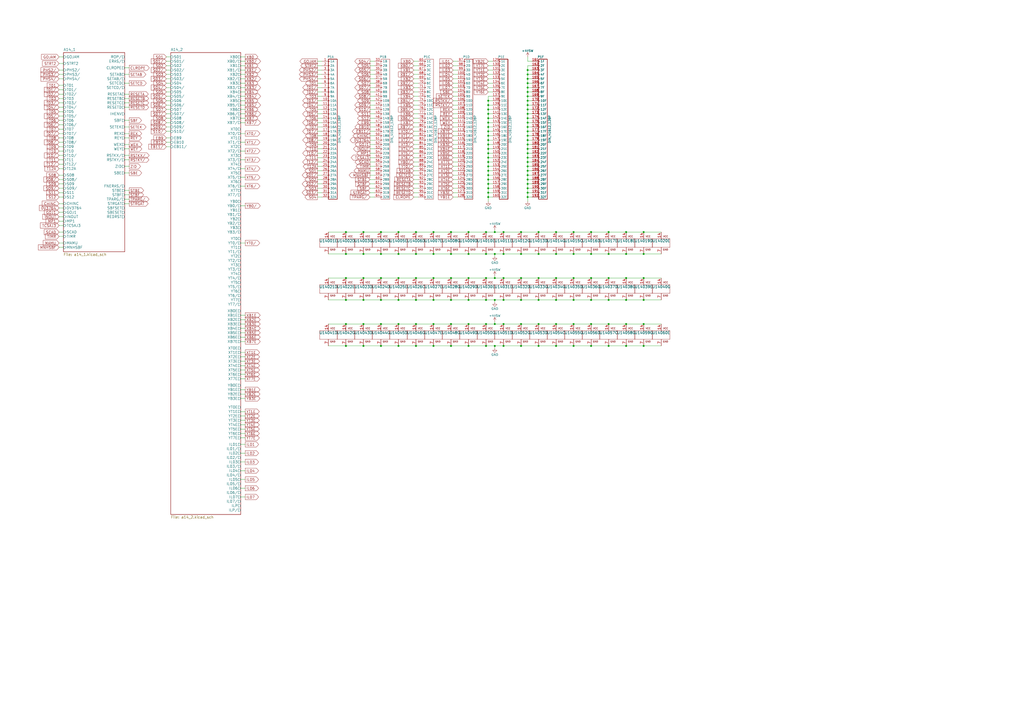
<source format=kicad_sch>
(kicad_sch (version 20211123) (generator eeschema)
  (paper "A2")
  (junction (at 292.1 147.32))
  (junction (at 283.21 86.36))
  (junction (at 322.58 134.62))
  (junction (at 292.1 187.96))
  (junction (at 283.21 111.76))
  (junction (at 302.26 200.66))
  (junction (at 306.07 78.74))
  (junction (at 283.21 68.58))
  (junction (at 220.98 147.32))
  (junction (at 261.62 187.96))
  (junction (at 306.07 43.18))
  (junction (at 283.21 106.68))
  (junction (at 306.07 93.98))
  (junction (at 231.14 147.32))
  (junction (at 306.07 76.2))
  (junction (at 292.1 134.62))
  (junction (at 312.42 161.29))
  (junction (at 251.46 134.62))
  (junction (at 283.21 81.28))
  (junction (at 306.07 88.9))
  (junction (at 231.14 187.96))
  (junction (at 283.21 63.5))
  (junction (at 241.3 200.66))
  (junction (at 200.66 147.32))
  (junction (at 306.07 96.52))
  (junction (at 220.98 134.62))
  (junction (at 210.82 134.62))
  (junction (at 251.46 187.96))
  (junction (at 210.82 200.66))
  (junction (at 292.1 173.99))
  (junction (at 322.58 147.32))
  (junction (at 306.07 109.22))
  (junction (at 342.9 134.62))
  (junction (at 283.21 58.42))
  (junction (at 283.21 88.9))
  (junction (at 283.21 83.82))
  (junction (at 251.46 161.29))
  (junction (at 302.26 161.29))
  (junction (at 363.22 187.96))
  (junction (at 306.07 50.8))
  (junction (at 373.38 187.96))
  (junction (at 200.66 187.96))
  (junction (at 281.94 147.32))
  (junction (at 306.07 73.66))
  (junction (at 306.07 40.64))
  (junction (at 322.58 200.66))
  (junction (at 312.42 134.62))
  (junction (at 302.26 187.96))
  (junction (at 332.74 147.32))
  (junction (at 342.9 200.66))
  (junction (at 353.06 161.29))
  (junction (at 200.66 173.99))
  (junction (at 210.82 147.32))
  (junction (at 373.38 200.66))
  (junction (at 353.06 173.99))
  (junction (at 306.07 104.14))
  (junction (at 287.02 147.32))
  (junction (at 287.02 200.66))
  (junction (at 261.62 173.99))
  (junction (at 302.26 147.32))
  (junction (at 281.94 187.96))
  (junction (at 210.82 161.29))
  (junction (at 283.21 73.66))
  (junction (at 283.21 66.04))
  (junction (at 200.66 200.66))
  (junction (at 251.46 173.99))
  (junction (at 332.74 161.29))
  (junction (at 312.42 173.99))
  (junction (at 241.3 147.32))
  (junction (at 210.82 173.99))
  (junction (at 373.38 173.99))
  (junction (at 363.22 147.32))
  (junction (at 271.78 200.66))
  (junction (at 306.07 86.36))
  (junction (at 302.26 134.62))
  (junction (at 271.78 134.62))
  (junction (at 342.9 173.99))
  (junction (at 363.22 161.29))
  (junction (at 353.06 200.66))
  (junction (at 306.07 111.76))
  (junction (at 287.02 161.29))
  (junction (at 261.62 161.29))
  (junction (at 241.3 161.29))
  (junction (at 261.62 134.62))
  (junction (at 363.22 173.99))
  (junction (at 283.21 78.74))
  (junction (at 283.21 109.22))
  (junction (at 261.62 200.66))
  (junction (at 306.07 55.88))
  (junction (at 373.38 147.32))
  (junction (at 312.42 187.96))
  (junction (at 312.42 200.66))
  (junction (at 306.07 106.68))
  (junction (at 271.78 161.29))
  (junction (at 261.62 147.32))
  (junction (at 363.22 134.62))
  (junction (at 306.07 114.3))
  (junction (at 241.3 173.99))
  (junction (at 281.94 173.99))
  (junction (at 306.07 66.04))
  (junction (at 306.07 99.06))
  (junction (at 306.07 48.26))
  (junction (at 306.07 91.44))
  (junction (at 283.21 71.12))
  (junction (at 306.07 58.42))
  (junction (at 283.21 101.6))
  (junction (at 306.07 101.6))
  (junction (at 292.1 200.66))
  (junction (at 287.02 134.62))
  (junction (at 271.78 187.96))
  (junction (at 322.58 187.96))
  (junction (at 271.78 173.99))
  (junction (at 281.94 200.66))
  (junction (at 287.02 173.99))
  (junction (at 306.07 71.12))
  (junction (at 283.21 99.06))
  (junction (at 306.07 45.72))
  (junction (at 353.06 187.96))
  (junction (at 220.98 200.66))
  (junction (at 251.46 200.66))
  (junction (at 342.9 187.96))
  (junction (at 322.58 161.29))
  (junction (at 322.58 173.99))
  (junction (at 231.14 200.66))
  (junction (at 283.21 114.3))
  (junction (at 332.74 134.62))
  (junction (at 210.82 187.96))
  (junction (at 332.74 200.66))
  (junction (at 363.22 200.66))
  (junction (at 312.42 147.32))
  (junction (at 283.21 60.96))
  (junction (at 200.66 134.62))
  (junction (at 302.26 173.99))
  (junction (at 353.06 134.62))
  (junction (at 306.07 63.5))
  (junction (at 241.3 187.96))
  (junction (at 306.07 81.28))
  (junction (at 283.21 76.2))
  (junction (at 283.21 96.52))
  (junction (at 332.74 173.99))
  (junction (at 353.06 147.32))
  (junction (at 306.07 83.82))
  (junction (at 283.21 93.98))
  (junction (at 241.3 134.62))
  (junction (at 306.07 60.96))
  (junction (at 292.1 161.29))
  (junction (at 281.94 134.62))
  (junction (at 373.38 161.29))
  (junction (at 271.78 147.32))
  (junction (at 306.07 53.34))
  (junction (at 231.14 134.62))
  (junction (at 220.98 161.29))
  (junction (at 231.14 173.99))
  (junction (at 342.9 161.29))
  (junction (at 342.9 147.32))
  (junction (at 281.94 161.29))
  (junction (at 287.02 187.96))
  (junction (at 231.14 161.29))
  (junction (at 220.98 173.99))
  (junction (at 220.98 187.96))
  (junction (at 283.21 91.44))
  (junction (at 373.38 134.62))
  (junction (at 306.07 68.58))
  (junction (at 251.46 147.32))
  (junction (at 283.21 104.14))
  (junction (at 332.74 187.96))
  (junction (at 200.66 161.29))
  (wire (pts (xy 265.43 58.42) (xy 262.89 58.42)))
  (wire (pts (xy 36.83 130.81) (xy 34.29 130.81)))
  (wire (pts (xy 306.07 73.66) (xy 306.07 76.2)))
  (wire (pts (xy 139.7 257.81) (xy 142.24 257.81)))
  (wire (pts (xy 322.58 173.99) (xy 332.74 173.99)))
  (wire (pts (xy 217.17 76.2) (xy 214.63 76.2)))
  (wire (pts (xy 36.83 36.83) (xy 34.29 36.83)))
  (wire (pts (xy 265.43 101.6) (xy 262.89 101.6)))
  (wire (pts (xy 139.7 40.64) (xy 142.24 40.64)))
  (wire (pts (xy 353.06 187.96) (xy 342.9 187.96)))
  (wire (pts (xy 306.07 48.26) (xy 306.07 50.8)))
  (wire (pts (xy 186.69 43.18) (xy 184.15 43.18)))
  (wire (pts (xy 261.62 134.62) (xy 251.46 134.62)))
  (wire (pts (xy 383.54 187.96) (xy 373.38 187.96)))
  (wire (pts (xy 342.9 147.32) (xy 353.06 147.32)))
  (wire (pts (xy 242.57 109.22) (xy 240.03 109.22)))
  (wire (pts (xy 242.57 63.5) (xy 240.03 63.5)))
  (wire (pts (xy 363.22 147.32) (xy 373.38 147.32)))
  (wire (pts (xy 242.57 106.68) (xy 240.03 106.68)))
  (wire (pts (xy 306.07 91.44) (xy 306.07 93.98)))
  (wire (pts (xy 283.21 71.12) (xy 283.21 73.66)))
  (wire (pts (xy 217.17 43.18) (xy 214.63 43.18)))
  (wire (pts (xy 217.17 99.06) (xy 214.63 99.06)))
  (wire (pts (xy 306.07 63.5) (xy 306.07 66.04)))
  (wire (pts (xy 139.7 243.84) (xy 142.24 243.84)))
  (wire (pts (xy 217.17 55.88) (xy 214.63 55.88)))
  (wire (pts (xy 36.83 85.09) (xy 34.29 85.09)))
  (wire (pts (xy 265.43 114.3) (xy 262.89 114.3)))
  (wire (pts (xy 251.46 147.32) (xy 261.62 147.32)))
  (wire (pts (xy 186.69 63.5) (xy 184.15 63.5)))
  (wire (pts (xy 231.14 134.62) (xy 220.98 134.62)))
  (wire (pts (xy 308.61 35.56) (xy 306.07 35.56)))
  (wire (pts (xy 283.21 81.28) (xy 283.21 83.82)))
  (wire (pts (xy 139.7 187.96) (xy 142.24 187.96)))
  (wire (pts (xy 306.07 81.28) (xy 308.61 81.28)))
  (wire (pts (xy 287.02 161.29) (xy 281.94 161.29)))
  (wire (pts (xy 217.17 60.96) (xy 214.63 60.96)))
  (wire (pts (xy 217.17 91.44) (xy 214.63 91.44)))
  (wire (pts (xy 312.42 147.32) (xy 322.58 147.32)))
  (wire (pts (xy 139.7 60.96) (xy 142.24 60.96)))
  (wire (pts (xy 36.83 95.25) (xy 34.29 95.25)))
  (wire (pts (xy 287.02 173.99) (xy 292.1 173.99)))
  (wire (pts (xy 139.7 273.05) (xy 142.24 273.05)))
  (wire (pts (xy 283.21 83.82) (xy 285.75 83.82)))
  (wire (pts (xy 292.1 147.32) (xy 302.26 147.32)))
  (wire (pts (xy 373.38 187.96) (xy 363.22 187.96)))
  (wire (pts (xy 265.43 106.68) (xy 262.89 106.68)))
  (wire (pts (xy 306.07 63.5) (xy 308.61 63.5)))
  (wire (pts (xy 72.39 57.15) (xy 74.93 57.15)))
  (wire (pts (xy 72.39 69.85) (xy 74.93 69.85)))
  (wire (pts (xy 217.17 96.52) (xy 214.63 96.52)))
  (wire (pts (xy 139.7 204.47) (xy 142.24 204.47)))
  (wire (pts (xy 36.83 106.68) (xy 34.29 106.68)))
  (wire (pts (xy 306.07 106.68) (xy 306.07 109.22)))
  (wire (pts (xy 242.57 78.74) (xy 240.03 78.74)))
  (wire (pts (xy 306.07 43.18) (xy 306.07 45.72)))
  (wire (pts (xy 271.78 134.62) (xy 261.62 134.62)))
  (wire (pts (xy 312.42 134.62) (xy 302.26 134.62)))
  (wire (pts (xy 281.94 147.32) (xy 287.02 147.32)))
  (wire (pts (xy 242.57 83.82) (xy 240.03 83.82)))
  (wire (pts (xy 283.21 88.9) (xy 283.21 91.44)))
  (wire (pts (xy 217.17 86.36) (xy 214.63 86.36)))
  (wire (pts (xy 306.07 66.04) (xy 306.07 68.58)))
  (wire (pts (xy 322.58 134.62) (xy 312.42 134.62)))
  (wire (pts (xy 242.57 96.52) (xy 240.03 96.52)))
  (wire (pts (xy 36.83 128.27) (xy 34.29 128.27)))
  (wire (pts (xy 242.57 71.12) (xy 240.03 71.12)))
  (wire (pts (xy 383.54 161.29) (xy 373.38 161.29)))
  (wire (pts (xy 139.7 35.56) (xy 142.24 35.56)))
  (wire (pts (xy 99.06 50.8) (xy 96.52 50.8)))
  (wire (pts (xy 306.07 73.66) (xy 308.61 73.66)))
  (wire (pts (xy 200.66 187.96) (xy 190.5 187.96)))
  (wire (pts (xy 242.57 86.36) (xy 240.03 86.36)))
  (wire (pts (xy 217.17 71.12) (xy 214.63 71.12)))
  (wire (pts (xy 363.22 161.29) (xy 353.06 161.29)))
  (wire (pts (xy 36.83 57.15) (xy 34.29 57.15)))
  (wire (pts (xy 265.43 40.64) (xy 262.89 40.64)))
  (wire (pts (xy 265.43 83.82) (xy 262.89 83.82)))
  (wire (pts (xy 36.83 64.77) (xy 34.29 64.77)))
  (wire (pts (xy 139.7 77.47) (xy 142.24 77.47)))
  (wire (pts (xy 36.83 59.69) (xy 34.29 59.69)))
  (wire (pts (xy 283.21 104.14) (xy 285.75 104.14)))
  (wire (pts (xy 139.7 45.72) (xy 142.24 45.72)))
  (wire (pts (xy 265.43 45.72) (xy 262.89 45.72)))
  (wire (pts (xy 251.46 187.96) (xy 241.3 187.96)))
  (wire (pts (xy 72.39 113.03) (xy 74.93 113.03)))
  (wire (pts (xy 306.07 76.2) (xy 306.07 78.74)))
  (wire (pts (xy 72.39 54.61) (xy 74.93 54.61)))
  (wire (pts (xy 99.06 66.04) (xy 96.52 66.04)))
  (wire (pts (xy 363.22 134.62) (xy 353.06 134.62)))
  (wire (pts (xy 306.07 104.14) (xy 306.07 106.68)))
  (wire (pts (xy 265.43 66.04) (xy 262.89 66.04)))
  (wire (pts (xy 241.3 187.96) (xy 231.14 187.96)))
  (wire (pts (xy 139.7 267.97) (xy 142.24 267.97)))
  (wire (pts (xy 139.7 193.04) (xy 142.24 193.04)))
  (wire (pts (xy 186.69 50.8) (xy 184.15 50.8)))
  (wire (pts (xy 217.17 78.74) (xy 214.63 78.74)))
  (wire (pts (xy 72.39 96.52) (xy 74.93 96.52)))
  (wire (pts (xy 217.17 40.64) (xy 214.63 40.64)))
  (wire (pts (xy 220.98 173.99) (xy 231.14 173.99)))
  (wire (pts (xy 36.83 72.39) (xy 34.29 72.39)))
  (wire (pts (xy 217.17 38.1) (xy 214.63 38.1)))
  (wire (pts (xy 285.75 38.1) (xy 283.21 38.1)))
  (wire (pts (xy 242.57 40.64) (xy 240.03 40.64)))
  (wire (pts (xy 373.38 147.32) (xy 383.54 147.32)))
  (wire (pts (xy 285.75 35.56) (xy 283.21 35.56)))
  (wire (pts (xy 36.83 104.14) (xy 34.29 104.14)))
  (wire (pts (xy 283.21 93.98) (xy 283.21 96.52)))
  (wire (pts (xy 292.1 161.29) (xy 287.02 161.29)))
  (wire (pts (xy 139.7 198.12) (xy 142.24 198.12)))
  (wire (pts (xy 306.07 109.22) (xy 306.07 111.76)))
  (wire (pts (xy 139.7 182.88) (xy 142.24 182.88)))
  (wire (pts (xy 186.69 53.34) (xy 184.15 53.34)))
  (wire (pts (xy 210.82 161.29) (xy 200.66 161.29)))
  (wire (pts (xy 139.7 82.55) (xy 142.24 82.55)))
  (wire (pts (xy 139.7 97.79) (xy 142.24 97.79)))
  (wire (pts (xy 231.14 200.66) (xy 241.3 200.66)))
  (wire (pts (xy 306.07 101.6) (xy 308.61 101.6)))
  (wire (pts (xy 306.07 111.76) (xy 306.07 114.3)))
  (wire (pts (xy 36.83 97.79) (xy 34.29 97.79)))
  (wire (pts (xy 210.82 134.62) (xy 200.66 134.62)))
  (wire (pts (xy 283.21 86.36) (xy 283.21 88.9)))
  (wire (pts (xy 72.39 110.49) (xy 74.93 110.49)))
  (wire (pts (xy 99.06 55.88) (xy 96.52 55.88)))
  (wire (pts (xy 139.7 207.01) (xy 142.24 207.01)))
  (wire (pts (xy 283.21 111.76) (xy 285.75 111.76)))
  (wire (pts (xy 217.17 53.34) (xy 214.63 53.34)))
  (wire (pts (xy 265.43 96.52) (xy 262.89 96.52)))
  (wire (pts (xy 217.17 83.82) (xy 214.63 83.82)))
  (wire (pts (xy 72.39 92.71) (xy 74.93 92.71)))
  (wire (pts (xy 242.57 104.14) (xy 240.03 104.14)))
  (wire (pts (xy 306.07 83.82) (xy 308.61 83.82)))
  (wire (pts (xy 210.82 200.66) (xy 220.98 200.66)))
  (wire (pts (xy 186.69 38.1) (xy 184.15 38.1)))
  (wire (pts (xy 186.69 81.28) (xy 184.15 81.28)))
  (wire (pts (xy 231.14 161.29) (xy 220.98 161.29)))
  (wire (pts (xy 306.07 60.96) (xy 306.07 63.5)))
  (wire (pts (xy 332.74 187.96) (xy 322.58 187.96)))
  (wire (pts (xy 306.07 55.88) (xy 306.07 58.42)))
  (wire (pts (xy 283.21 104.14) (xy 283.21 106.68)))
  (wire (pts (xy 139.7 63.5) (xy 142.24 63.5)))
  (wire (pts (xy 99.06 63.5) (xy 96.52 63.5)))
  (wire (pts (xy 308.61 38.1) (xy 306.07 38.1)))
  (wire (pts (xy 231.14 187.96) (xy 220.98 187.96)))
  (wire (pts (xy 210.82 187.96) (xy 200.66 187.96)))
  (wire (pts (xy 242.57 93.98) (xy 240.03 93.98)))
  (wire (pts (xy 285.75 50.8) (xy 283.21 50.8)))
  (wire (pts (xy 363.22 173.99) (xy 373.38 173.99)))
  (wire (pts (xy 139.7 48.26) (xy 142.24 48.26)))
  (wire (pts (xy 306.07 53.34) (xy 306.07 55.88)))
  (wire (pts (xy 353.06 134.62) (xy 342.9 134.62)))
  (wire (pts (xy 139.7 55.88) (xy 142.24 55.88)))
  (wire (pts (xy 242.57 38.1) (xy 240.03 38.1)))
  (wire (pts (xy 139.7 238.76) (xy 142.24 238.76)))
  (wire (pts (xy 306.07 111.76) (xy 308.61 111.76)))
  (wire (pts (xy 271.78 173.99) (xy 281.94 173.99)))
  (wire (pts (xy 292.1 134.62) (xy 287.02 134.62)))
  (wire (pts (xy 306.07 60.96) (xy 308.61 60.96)))
  (wire (pts (xy 265.43 43.18) (xy 262.89 43.18)))
  (wire (pts (xy 306.07 109.22) (xy 308.61 109.22)))
  (wire (pts (xy 283.21 81.28) (xy 285.75 81.28)))
  (wire (pts (xy 332.74 147.32) (xy 342.9 147.32)))
  (wire (pts (xy 251.46 173.99) (xy 261.62 173.99)))
  (wire (pts (xy 285.75 40.64) (xy 283.21 40.64)))
  (wire (pts (xy 306.07 93.98) (xy 308.61 93.98)))
  (wire (pts (xy 242.57 91.44) (xy 240.03 91.44)))
  (wire (pts (xy 322.58 187.96) (xy 312.42 187.96)))
  (wire (pts (xy 306.07 71.12) (xy 306.07 73.66)))
  (wire (pts (xy 312.42 200.66) (xy 322.58 200.66)))
  (wire (pts (xy 353.06 200.66) (xy 363.22 200.66)))
  (wire (pts (xy 186.69 45.72) (xy 184.15 45.72)))
  (wire (pts (xy 306.07 78.74) (xy 306.07 81.28)))
  (wire (pts (xy 139.7 195.58) (xy 142.24 195.58)))
  (wire (pts (xy 36.83 69.85) (xy 34.29 69.85)))
  (wire (pts (xy 265.43 50.8) (xy 262.89 50.8)))
  (wire (pts (xy 353.06 161.29) (xy 342.9 161.29)))
  (wire (pts (xy 186.69 93.98) (xy 184.15 93.98)))
  (wire (pts (xy 285.75 48.26) (xy 283.21 48.26)))
  (wire (pts (xy 242.57 55.88) (xy 240.03 55.88)))
  (wire (pts (xy 332.74 161.29) (xy 322.58 161.29)))
  (wire (pts (xy 283.21 83.82) (xy 283.21 86.36)))
  (wire (pts (xy 242.57 35.56) (xy 240.03 35.56)))
  (wire (pts (xy 306.07 68.58) (xy 306.07 71.12)))
  (wire (pts (xy 242.57 81.28) (xy 240.03 81.28)))
  (wire (pts (xy 99.06 38.1) (xy 96.52 38.1)))
  (wire (pts (xy 217.17 63.5) (xy 214.63 63.5)))
  (wire (pts (xy 373.38 173.99) (xy 383.54 173.99)))
  (wire (pts (xy 99.06 33.02) (xy 96.52 33.02)))
  (wire (pts (xy 139.7 248.92) (xy 142.24 248.92)))
  (wire (pts (xy 332.74 173.99) (xy 342.9 173.99)))
  (wire (pts (xy 287.02 134.62) (xy 281.94 134.62)))
  (wire (pts (xy 271.78 187.96) (xy 261.62 187.96)))
  (wire (pts (xy 283.21 93.98) (xy 285.75 93.98)))
  (wire (pts (xy 306.07 58.42) (xy 306.07 60.96)))
  (wire (pts (xy 231.14 173.99) (xy 241.3 173.99)))
  (wire (pts (xy 302.26 173.99) (xy 312.42 173.99)))
  (wire (pts (xy 265.43 63.5) (xy 262.89 63.5)))
  (wire (pts (xy 139.7 66.04) (xy 142.24 66.04)))
  (wire (pts (xy 186.69 86.36) (xy 184.15 86.36)))
  (wire (pts (xy 242.57 99.06) (xy 240.03 99.06)))
  (wire (pts (xy 242.57 50.8) (xy 240.03 50.8)))
  (wire (pts (xy 265.43 111.76) (xy 262.89 111.76)))
  (wire (pts (xy 139.7 231.14) (xy 142.24 231.14)))
  (wire (pts (xy 283.21 91.44) (xy 283.21 93.98)))
  (wire (pts (xy 72.39 90.17) (xy 74.93 90.17)))
  (wire (pts (xy 265.43 55.88) (xy 262.89 55.88)))
  (wire (pts (xy 283.21 96.52) (xy 285.75 96.52)))
  (wire (pts (xy 312.42 173.99) (xy 322.58 173.99)))
  (wire (pts (xy 251.46 161.29) (xy 241.3 161.29)))
  (wire (pts (xy 265.43 48.26) (xy 262.89 48.26)))
  (wire (pts (xy 36.83 90.17) (xy 34.29 90.17)))
  (wire (pts (xy 306.07 66.04) (xy 308.61 66.04)))
  (wire (pts (xy 217.17 66.04) (xy 214.63 66.04)))
  (wire (pts (xy 285.75 55.88) (xy 283.21 55.88)))
  (wire (pts (xy 283.21 73.66) (xy 283.21 76.2)))
  (wire (pts (xy 287.02 160.02) (xy 287.02 161.29)))
  (wire (pts (xy 265.43 60.96) (xy 262.89 60.96)))
  (wire (pts (xy 139.7 58.42) (xy 142.24 58.42)))
  (wire (pts (xy 139.7 190.5) (xy 142.24 190.5)))
  (wire (pts (xy 261.62 200.66) (xy 271.78 200.66)))
  (wire (pts (xy 283.21 76.2) (xy 285.75 76.2)))
  (wire (pts (xy 271.78 147.32) (xy 281.94 147.32)))
  (wire (pts (xy 373.38 134.62) (xy 363.22 134.62)))
  (wire (pts (xy 186.69 99.06) (xy 184.15 99.06)))
  (wire (pts (xy 139.7 92.71) (xy 142.24 92.71)))
  (wire (pts (xy 283.21 88.9) (xy 285.75 88.9)))
  (wire (pts (xy 220.98 187.96) (xy 210.82 187.96)))
  (wire (pts (xy 283.21 71.12) (xy 285.75 71.12)))
  (wire (pts (xy 217.17 73.66) (xy 214.63 73.66)))
  (wire (pts (xy 186.69 60.96) (xy 184.15 60.96)))
  (wire (pts (xy 283.21 106.68) (xy 285.75 106.68)))
  (wire (pts (xy 265.43 109.22) (xy 262.89 109.22)))
  (wire (pts (xy 265.43 104.14) (xy 262.89 104.14)))
  (wire (pts (xy 217.17 101.6) (xy 214.63 101.6)))
  (wire (pts (xy 217.17 50.8) (xy 214.63 50.8)))
  (wire (pts (xy 139.7 185.42) (xy 142.24 185.42)))
  (wire (pts (xy 99.06 76.2) (xy 96.52 76.2)))
  (wire (pts (xy 139.7 241.3) (xy 142.24 241.3)))
  (wire (pts (xy 36.83 92.71) (xy 34.29 92.71)))
  (wire (pts (xy 220.98 134.62) (xy 210.82 134.62)))
  (wire (pts (xy 265.43 81.28) (xy 262.89 81.28)))
  (wire (pts (xy 210.82 147.32) (xy 220.98 147.32)))
  (wire (pts (xy 363.22 200.66) (xy 373.38 200.66)))
  (wire (pts (xy 99.06 53.34) (xy 96.52 53.34)))
  (wire (pts (xy 190.5 147.32) (xy 200.66 147.32)))
  (wire (pts (xy 36.83 134.62) (xy 34.29 134.62)))
  (wire (pts (xy 283.21 109.22) (xy 285.75 109.22)))
  (wire (pts (xy 283.21 111.76) (xy 283.21 114.3)))
  (wire (pts (xy 306.07 91.44) (xy 308.61 91.44)))
  (wire (pts (xy 302.26 187.96) (xy 292.1 187.96)))
  (wire (pts (xy 186.69 73.66) (xy 184.15 73.66)))
  (wire (pts (xy 265.43 71.12) (xy 262.89 71.12)))
  (wire (pts (xy 72.39 80.01) (xy 74.93 80.01)))
  (wire (pts (xy 281.94 134.62) (xy 271.78 134.62)))
  (wire (pts (xy 283.21 58.42) (xy 283.21 60.96)))
  (wire (pts (xy 72.39 86.36) (xy 74.93 86.36)))
  (wire (pts (xy 242.57 73.66) (xy 240.03 73.66)))
  (wire (pts (xy 342.9 187.96) (xy 332.74 187.96)))
  (wire (pts (xy 139.7 53.34) (xy 142.24 53.34)))
  (wire (pts (xy 186.69 78.74) (xy 184.15 78.74)))
  (wire (pts (xy 353.06 173.99) (xy 363.22 173.99)))
  (wire (pts (xy 72.39 43.18) (xy 74.93 43.18)))
  (wire (pts (xy 36.83 111.76) (xy 34.29 111.76)))
  (wire (pts (xy 306.07 50.8) (xy 306.07 53.34)))
  (wire (pts (xy 139.7 226.06) (xy 142.24 226.06)))
  (wire (pts (xy 283.21 55.88) (xy 283.21 58.42)))
  (wire (pts (xy 186.69 104.14) (xy 184.15 104.14)))
  (wire (pts (xy 306.07 86.36) (xy 306.07 88.9)))
  (wire (pts (xy 342.9 134.62) (xy 332.74 134.62)))
  (wire (pts (xy 186.69 109.22) (xy 184.15 109.22)))
  (wire (pts (xy 283.21 60.96) (xy 283.21 63.5)))
  (wire (pts (xy 220.98 161.29) (xy 210.82 161.29)))
  (wire (pts (xy 306.07 99.06) (xy 308.61 99.06)))
  (wire (pts (xy 99.06 71.12) (xy 96.52 71.12)))
  (wire (pts (xy 285.75 43.18) (xy 283.21 43.18)))
  (wire (pts (xy 242.57 43.18) (xy 240.03 43.18)))
  (wire (pts (xy 72.39 100.33) (xy 74.93 100.33)))
  (wire (pts (xy 72.39 48.26) (xy 74.93 48.26)))
  (wire (pts (xy 186.69 91.44) (xy 184.15 91.44)))
  (wire (pts (xy 242.57 101.6) (xy 240.03 101.6)))
  (wire (pts (xy 306.07 114.3) (xy 308.61 114.3)))
  (wire (pts (xy 99.06 68.58) (xy 96.52 68.58)))
  (wire (pts (xy 342.9 161.29) (xy 332.74 161.29)))
  (wire (pts (xy 217.17 58.42) (xy 214.63 58.42)))
  (wire (pts (xy 287.02 133.35) (xy 287.02 134.62)))
  (wire (pts (xy 99.06 58.42) (xy 96.52 58.42)))
  (wire (pts (xy 283.21 78.74) (xy 285.75 78.74)))
  (wire (pts (xy 306.07 53.34) (xy 308.61 53.34)))
  (wire (pts (xy 242.57 66.04) (xy 240.03 66.04)))
  (wire (pts (xy 217.17 106.68) (xy 214.63 106.68)))
  (wire (pts (xy 281.94 187.96) (xy 271.78 187.96)))
  (wire (pts (xy 36.83 120.65) (xy 34.29 120.65)))
  (wire (pts (xy 302.26 161.29) (xy 292.1 161.29)))
  (wire (pts (xy 292.1 200.66) (xy 302.26 200.66)))
  (wire (pts (xy 99.06 60.96) (xy 96.52 60.96)))
  (wire (pts (xy 220.98 200.66) (xy 231.14 200.66)))
  (wire (pts (xy 36.83 77.47) (xy 34.29 77.47)))
  (wire (pts (xy 139.7 254) (xy 142.24 254)))
  (wire (pts (xy 265.43 99.06) (xy 262.89 99.06)))
  (wire (pts (xy 36.83 74.93) (xy 34.29 74.93)))
  (wire (pts (xy 99.06 48.26) (xy 96.52 48.26)))
  (wire (pts (xy 285.75 45.72) (xy 283.21 45.72)))
  (wire (pts (xy 36.83 109.22) (xy 34.29 109.22)))
  (wire (pts (xy 36.83 118.11) (xy 34.29 118.11)))
  (wire (pts (xy 306.07 88.9) (xy 308.61 88.9)))
  (wire (pts (xy 306.07 45.72) (xy 308.61 45.72)))
  (wire (pts (xy 306.07 93.98) (xy 306.07 96.52)))
  (wire (pts (xy 322.58 147.32) (xy 332.74 147.32)))
  (wire (pts (xy 306.07 45.72) (xy 306.07 48.26)))
  (wire (pts (xy 139.7 102.87) (xy 142.24 102.87)))
  (wire (pts (xy 217.17 68.58) (xy 214.63 68.58)))
  (wire (pts (xy 139.7 214.63) (xy 142.24 214.63)))
  (wire (pts (xy 139.7 251.46) (xy 142.24 251.46)))
  (wire (pts (xy 287.02 187.96) (xy 281.94 187.96)))
  (wire (pts (xy 383.54 134.62) (xy 373.38 134.62)))
  (wire (pts (xy 36.83 45.72) (xy 34.29 45.72)))
  (wire (pts (xy 139.7 288.29) (xy 142.24 288.29)))
  (wire (pts (xy 306.07 99.06) (xy 306.07 101.6)))
  (wire (pts (xy 306.07 50.8) (xy 308.61 50.8)))
  (wire (pts (xy 186.69 83.82) (xy 184.15 83.82)))
  (wire (pts (xy 265.43 73.66) (xy 262.89 73.66)))
  (wire (pts (xy 72.39 39.37) (xy 74.93 39.37)))
  (wire (pts (xy 287.02 186.69) (xy 287.02 187.96)))
  (wire (pts (xy 306.07 81.28) (xy 306.07 83.82)))
  (wire (pts (xy 200.66 134.62) (xy 190.5 134.62)))
  (wire (pts (xy 72.39 118.11) (xy 74.93 118.11)))
  (wire (pts (xy 242.57 45.72) (xy 240.03 45.72)))
  (wire (pts (xy 306.07 96.52) (xy 306.07 99.06)))
  (wire (pts (xy 99.06 35.56) (xy 96.52 35.56)))
  (wire (pts (xy 186.69 55.88) (xy 184.15 55.88)))
  (wire (pts (xy 36.83 43.18) (xy 34.29 43.18)))
  (wire (pts (xy 139.7 278.13) (xy 142.24 278.13)))
  (wire (pts (xy 190.5 200.66) (xy 200.66 200.66)))
  (wire (pts (xy 283.21 101.6) (xy 283.21 104.14)))
  (wire (pts (xy 186.69 106.68) (xy 184.15 106.68)))
  (wire (pts (xy 36.83 143.51) (xy 34.29 143.51)))
  (wire (pts (xy 186.69 40.64) (xy 184.15 40.64)))
  (wire (pts (xy 283.21 63.5) (xy 283.21 66.04)))
  (wire (pts (xy 306.07 38.1) (xy 306.07 40.64)))
  (wire (pts (xy 283.21 68.58) (xy 283.21 71.12)))
  (wire (pts (xy 139.7 119.38) (xy 142.24 119.38)))
  (wire (pts (xy 283.21 63.5) (xy 285.75 63.5)))
  (wire (pts (xy 200.66 161.29) (xy 190.5 161.29)))
  (wire (pts (xy 265.43 91.44) (xy 262.89 91.44)))
  (wire (pts (xy 200.66 147.32) (xy 210.82 147.32)))
  (wire (pts (xy 241.3 161.29) (xy 231.14 161.29)))
  (wire (pts (xy 373.38 200.66) (xy 383.54 200.66)))
  (wire (pts (xy 139.7 87.63) (xy 142.24 87.63)))
  (wire (pts (xy 281.94 173.99) (xy 287.02 173.99)))
  (wire (pts (xy 200.66 200.66) (xy 210.82 200.66)))
  (wire (pts (xy 217.17 45.72) (xy 214.63 45.72)))
  (wire (pts (xy 186.69 111.76) (xy 184.15 111.76)))
  (wire (pts (xy 306.07 78.74) (xy 308.61 78.74)))
  (wire (pts (xy 308.61 40.64) (xy 306.07 40.64)))
  (wire (pts (xy 36.83 80.01) (xy 34.29 80.01)))
  (wire (pts (xy 312.42 187.96) (xy 302.26 187.96)))
  (wire (pts (xy 190.5 173.99) (xy 200.66 173.99)))
  (wire (pts (xy 139.7 71.12) (xy 142.24 71.12)))
  (wire (pts (xy 217.17 111.76) (xy 214.63 111.76)))
  (wire (pts (xy 283.21 106.68) (xy 283.21 109.22)))
  (wire (pts (xy 217.17 93.98) (xy 214.63 93.98)))
  (wire (pts (xy 283.21 99.06) (xy 285.75 99.06)))
  (wire (pts (xy 373.38 161.29) (xy 363.22 161.29)))
  (wire (pts (xy 261.62 161.29) (xy 251.46 161.29)))
  (wire (pts (xy 283.21 109.22) (xy 283.21 111.76)))
  (wire (pts (xy 186.69 88.9) (xy 184.15 88.9)))
  (wire (pts (xy 139.7 38.1) (xy 142.24 38.1)))
  (wire (pts (xy 139.7 262.89) (xy 142.24 262.89)))
  (wire (pts (xy 306.07 83.82) (xy 306.07 86.36)))
  (wire (pts (xy 242.57 114.3) (xy 240.03 114.3)))
  (wire (pts (xy 322.58 161.29) (xy 312.42 161.29)))
  (wire (pts (xy 99.06 40.64) (xy 96.52 40.64)))
  (wire (pts (xy 271.78 161.29) (xy 261.62 161.29)))
  (wire (pts (xy 292.1 173.99) (xy 302.26 173.99)))
  (wire (pts (xy 261.62 147.32) (xy 271.78 147.32)))
  (wire (pts (xy 217.17 114.3) (xy 214.63 114.3)))
  (wire (pts (xy 265.43 78.74) (xy 262.89 78.74)))
  (wire (pts (xy 186.69 114.3) (xy 184.15 114.3)))
  (wire (pts (xy 186.69 101.6) (xy 184.15 101.6)))
  (wire (pts (xy 36.83 62.23) (xy 34.29 62.23)))
  (wire (pts (xy 139.7 209.55) (xy 142.24 209.55)))
  (wire (pts (xy 217.17 81.28) (xy 214.63 81.28)))
  (wire (pts (xy 265.43 93.98) (xy 262.89 93.98)))
  (wire (pts (xy 306.07 35.56) (xy 306.07 33.02)))
  (wire (pts (xy 283.21 91.44) (xy 285.75 91.44)))
  (wire (pts (xy 302.26 134.62) (xy 292.1 134.62)))
  (wire (pts (xy 306.07 114.3) (xy 306.07 116.84)))
  (wire (pts (xy 72.39 115.57) (xy 74.93 115.57)))
  (wire (pts (xy 242.57 68.58) (xy 240.03 68.58)))
  (wire (pts (xy 139.7 246.38) (xy 142.24 246.38)))
  (wire (pts (xy 306.07 71.12) (xy 308.61 71.12)))
  (wire (pts (xy 242.57 58.42) (xy 240.03 58.42)))
  (wire (pts (xy 36.83 33.02) (xy 34.29 33.02)))
  (wire (pts (xy 283.21 60.96) (xy 285.75 60.96)))
  (wire (pts (xy 306.07 76.2) (xy 308.61 76.2)))
  (wire (pts (xy 36.83 82.55) (xy 34.29 82.55)))
  (wire (pts (xy 265.43 53.34) (xy 262.89 53.34)))
  (wire (pts (xy 283.21 96.52) (xy 283.21 99.06)))
  (wire (pts (xy 306.07 106.68) (xy 308.61 106.68)))
  (wire (pts (xy 283.21 114.3) (xy 285.75 114.3)))
  (wire (pts (xy 306.07 48.26) (xy 308.61 48.26)))
  (wire (pts (xy 242.57 60.96) (xy 240.03 60.96)))
  (wire (pts (xy 251.46 200.66) (xy 261.62 200.66)))
  (wire (pts (xy 242.57 76.2) (xy 240.03 76.2)))
  (wire (pts (xy 217.17 88.9) (xy 214.63 88.9)))
  (wire (pts (xy 72.39 59.69) (xy 74.93 59.69)))
  (wire (pts (xy 186.69 96.52) (xy 184.15 96.52)))
  (wire (pts (xy 306.07 43.18) (xy 308.61 43.18)))
  (wire (pts (xy 261.62 187.96) (xy 251.46 187.96)))
  (wire (pts (xy 186.69 66.04) (xy 184.15 66.04)))
  (wire (pts (xy 306.07 68.58) (xy 308.61 68.58)))
  (wire (pts (xy 139.7 140.97) (xy 142.24 140.97)))
  (wire (pts (xy 217.17 35.56) (xy 214.63 35.56)))
  (wire (pts (xy 287.02 173.99) (xy 287.02 175.26)))
  (wire (pts (xy 265.43 86.36) (xy 262.89 86.36)))
  (wire (pts (xy 186.69 71.12) (xy 184.15 71.12)))
  (wire (pts (xy 36.83 137.16) (xy 34.29 137.16)))
  (wire (pts (xy 283.21 114.3) (xy 283.21 116.84)))
  (wire (pts (xy 217.17 104.14) (xy 214.63 104.14)))
  (wire (pts (xy 72.39 73.66) (xy 74.93 73.66)))
  (wire (pts (xy 139.7 283.21) (xy 142.24 283.21)))
  (wire (pts (xy 287.02 147.32) (xy 287.02 148.59)))
  (wire (pts (xy 251.46 134.62) (xy 241.3 134.62)))
  (wire (pts (xy 36.83 67.31) (xy 34.29 67.31)))
  (wire (pts (xy 342.9 173.99) (xy 353.06 173.99)))
  (wire (pts (xy 283.21 76.2) (xy 283.21 78.74)))
  (wire (pts (xy 36.83 52.07) (xy 34.29 52.07)))
  (wire (pts (xy 241.3 173.99) (xy 251.46 173.99)))
  (wire (pts (xy 217.17 109.22) (xy 214.63 109.22)))
  (wire (pts (xy 36.83 40.64) (xy 34.29 40.64)))
  (wire (pts (xy 36.83 49.53) (xy 34.29 49.53)))
  (wire (pts (xy 241.3 147.32) (xy 251.46 147.32)))
  (wire (pts (xy 306.07 40.64) (xy 306.07 43.18)))
  (wire (pts (xy 261.62 173.99) (xy 271.78 173.99)))
  (wire (pts (xy 283.21 58.42) (xy 285.75 58.42)))
  (wire (pts (xy 241.3 200.66) (xy 251.46 200.66)))
  (wire (pts (xy 306.07 104.14) (xy 308.61 104.14)))
  (wire (pts (xy 242.57 88.9) (xy 240.03 88.9)))
  (wire (pts (xy 186.69 58.42) (xy 184.15 58.42)))
  (wire (pts (xy 220.98 147.32) (xy 231.14 147.32)))
  (wire (pts (xy 287.02 200.66) (xy 292.1 200.66)))
  (wire (pts (xy 139.7 33.02) (xy 142.24 33.02)))
  (wire (pts (xy 306.07 88.9) (xy 306.07 91.44)))
  (wire (pts (xy 99.06 85.09) (xy 96.52 85.09)))
  (wire (pts (xy 302.26 147.32) (xy 312.42 147.32)))
  (wire (pts (xy 139.7 217.17) (xy 142.24 217.17)))
  (wire (pts (xy 265.43 35.56) (xy 262.89 35.56)))
  (wire (pts (xy 353.06 147.32) (xy 363.22 147.32)))
  (wire (pts (xy 99.06 43.18) (xy 96.52 43.18)))
  (wire (pts (xy 139.7 212.09) (xy 142.24 212.09)))
  (wire (pts (xy 36.83 54.61) (xy 34.29 54.61)))
  (wire (pts (xy 139.7 50.8) (xy 142.24 50.8)))
  (wire (pts (xy 186.69 68.58) (xy 184.15 68.58)))
  (wire (pts (xy 186.69 35.56) (xy 184.15 35.56)))
  (wire (pts (xy 265.43 76.2) (xy 262.89 76.2)))
  (wire (pts (xy 241.3 134.62) (xy 231.14 134.62)))
  (wire (pts (xy 306.07 86.36) (xy 308.61 86.36)))
  (wire (pts (xy 306.07 101.6) (xy 306.07 104.14)))
  (wire (pts (xy 186.69 76.2) (xy 184.15 76.2)))
  (wire (pts (xy 271.78 200.66) (xy 281.94 200.66)))
  (wire (pts (xy 36.83 123.19) (xy 34.29 123.19)))
  (wire (pts (xy 231.14 147.32) (xy 241.3 147.32)))
  (wire (pts (xy 287.02 147.32) (xy 292.1 147.32)))
  (wire (pts (xy 139.7 68.58) (xy 142.24 68.58)))
  (wire (pts (xy 99.06 80.01) (xy 96.52 80.01)))
  (wire (pts (xy 283.21 101.6) (xy 285.75 101.6)))
  (wire (pts (xy 99.06 82.55) (xy 96.52 82.55)))
  (wire (pts (xy 265.43 68.58) (xy 262.89 68.58)))
  (wire (pts (xy 36.83 114.3) (xy 34.29 114.3)))
  (wire (pts (xy 139.7 43.18) (xy 142.24 43.18)))
  (wire (pts (xy 322.58 200.66) (xy 332.74 200.66)))
  (wire (pts (xy 283.21 73.66) (xy 285.75 73.66)))
  (wire (pts (xy 36.83 125.73) (xy 34.29 125.73)))
  (wire (pts (xy 285.75 53.34) (xy 283.21 53.34)))
  (wire (pts (xy 342.9 200.66) (xy 353.06 200.66)))
  (wire (pts (xy 283.21 99.06) (xy 283.21 101.6)))
  (wire (pts (xy 332.74 134.62) (xy 322.58 134.62)))
  (wire (pts (xy 312.42 161.29) (xy 302.26 161.29)))
  (wire (pts (xy 217.17 48.26) (xy 214.63 48.26)))
  (wire (pts (xy 72.39 62.23) (xy 74.93 62.23)))
  (wire (pts (xy 139.7 219.71) (xy 142.24 219.71)))
  (wire (pts (xy 265.43 88.9) (xy 262.89 88.9)))
  (wire (pts (xy 363.22 187.96) (xy 353.06 187.96)))
  (wire (pts (xy 332.74 200.66) (xy 342.9 200.66)))
  (wire (pts (xy 200.66 173.99) (xy 210.82 173.99)))
  (wire (pts (xy 242.57 53.34) (xy 240.03 53.34)))
  (wire (pts (xy 36.83 101.6) (xy 34.29 101.6)))
  (wire (pts (xy 292.1 187.96) (xy 287.02 187.96)))
  (wire (pts (xy 302.26 200.66) (xy 312.42 200.66)))
  (wire (pts (xy 186.69 48.26) (xy 184.15 48.26)))
  (wire (pts (xy 99.06 73.66) (xy 96.52 73.66)))
  (wire (pts (xy 281.94 161.29) (xy 271.78 161.29)))
  (wire (pts (xy 99.06 45.72) (xy 96.52 45.72)))
  (wire (pts (xy 36.83 140.97) (xy 34.29 140.97)))
  (wire (pts (xy 210.82 173.99) (xy 220.98 173.99)))
  (wire (pts (xy 283.21 68.58) (xy 285.75 68.58)))
  (wire (pts (xy 265.43 38.1) (xy 262.89 38.1)))
  (wire (pts (xy 283.21 66.04) (xy 285.75 66.04)))
  (wire (pts (xy 281.94 200.66) (xy 287.02 200.66)))
  (wire (pts (xy 139.7 107.95) (xy 142.24 107.95)))
  (wire (pts (xy 306.07 96.52) (xy 308.61 96.52)))
  (wire (pts (xy 306.07 58.42) (xy 308.61 58.42)))
  (wire (pts (xy 287.02 200.66) (xy 287.02 201.93)))
  (wire (pts (xy 283.21 86.36) (xy 285.75 86.36)))
  (wire (pts (xy 36.83 87.63) (xy 34.29 87.63)))
  (wire (pts (xy 72.39 83.82) (xy 74.93 83.82)))
  (wire (pts (xy 139.7 228.6) (xy 142.24 228.6)))
  (wire (pts (xy 283.21 78.74) (xy 283.21 81.28)))
  (wire (pts (xy 242.57 48.26) (xy 240.03 48.26)))
  (wire (pts (xy 283.21 66.04) (xy 283.21 68.58)))
  (wire (pts (xy 72.39 77.47) (xy 74.93 77.47)))
  (wire (pts (xy 242.57 111.76) (xy 240.03 111.76)))
  (wire (pts (xy 306.07 55.88) (xy 308.61 55.88)))
  (global_label "YT1E" (shape input) (at 283.21 40.64 180) (effects (font (size 1.524 1.524))) (property "Intersheet References" "${INTERSHEET_REFS}" (effects hide)))
  (global_label "T09" (shape output) (at 184.15 83.82 180) (effects (font (size 1.524 1.524))) (property "Intersheet References" "${INTERSHEET_REFS}" (effects hide)))
  (global_label "IL06" (shape output) (at 142.24 283.21 0) (effects (font (size 1.524 1.524))) (property "Intersheet References" "${INTERSHEET_REFS}" (effects hide)))
  (global_label "S07/" (shape output) (at 214.63 50.8 180) (effects (font (size 1.524 1.524))) (property "Intersheet References" "${INTERSHEET_REFS}" (effects hide)))
  (global_label "XB1" (shape input) (at 240.03 40.64 180) (effects (font (size 1.524 1.524))) (property "Intersheet References" "${INTERSHEET_REFS}" (effects hide)))
  (global_label "XB4" (shape input) (at 240.03 55.88 180) (effects (font (size 1.524 1.524))) (property "Intersheet References" "${INTERSHEET_REFS}" (effects hide)))
  (global_label "YB3E" (shape output) (at 142.24 231.14 0) (effects (font (size 1.524 1.524))) (property "Intersheet References" "${INTERSHEET_REFS}" (effects hide)))
  (global_label "S11" (shape input) (at 34.29 111.76 180) (effects (font (size 1.524 1.524))) (property "Intersheet References" "${INTERSHEET_REFS}" (effects hide)))
  (global_label "T07/" (shape output) (at 184.15 76.2 180) (effects (font (size 1.524 1.524))) (property "Intersheet References" "${INTERSHEET_REFS}" (effects hide)))
  (global_label "XT6/" (shape output) (at 142.24 107.95 0) (effects (font (size 1.524 1.524))) (property "Intersheet References" "${INTERSHEET_REFS}" (effects hide)))
  (global_label "IL03" (shape output) (at 142.24 267.97 0) (effects (font (size 1.524 1.524))) (property "Intersheet References" "${INTERSHEET_REFS}" (effects hide)))
  (global_label "RESETC" (shape output) (at 74.93 59.69 0) (effects (font (size 1.524 1.524))) (property "Intersheet References" "${INTERSHEET_REFS}" (effects hide)))
  (global_label "S09" (shape input) (at 34.29 106.68 180) (effects (font (size 1.524 1.524))) (property "Intersheet References" "${INTERSHEET_REFS}" (effects hide)))
  (global_label "RESETD" (shape output) (at 74.93 62.23 0) (effects (font (size 1.524 1.524))) (property "Intersheet References" "${INTERSHEET_REFS}" (effects hide)))
  (global_label "YT0/" (shape output) (at 142.24 140.97 0) (effects (font (size 1.524 1.524))) (property "Intersheet References" "${INTERSHEET_REFS}" (effects hide)))
  (global_label "S07" (shape output) (at 214.63 48.26 180) (effects (font (size 1.524 1.524))) (property "Intersheet References" "${INTERSHEET_REFS}" (effects hide)))
  (global_label "S09/" (shape output) (at 214.63 60.96 180) (effects (font (size 1.524 1.524))) (property "Intersheet References" "${INTERSHEET_REFS}" (effects hide)))
  (global_label "TIMR" (shape output) (at 214.63 96.52 180) (effects (font (size 1.524 1.524))) (property "Intersheet References" "${INTERSHEET_REFS}" (effects hide)))
  (global_label "IL05" (shape output) (at 142.24 278.13 0) (effects (font (size 1.524 1.524))) (property "Intersheet References" "${INTERSHEET_REFS}" (effects hide)))
  (global_label "XB7/" (shape input) (at 240.03 73.66 180) (effects (font (size 1.524 1.524))) (property "Intersheet References" "${INTERSHEET_REFS}" (effects hide)))
  (global_label "T12/" (shape input) (at 34.29 95.25 180) (effects (font (size 1.524 1.524))) (property "Intersheet References" "${INTERSHEET_REFS}" (effects hide)))
  (global_label "XB5E" (shape output) (at 142.24 193.04 0) (effects (font (size 1.524 1.524))) (property "Intersheet References" "${INTERSHEET_REFS}" (effects hide)))
  (global_label "IL07" (shape output) (at 142.24 288.29 0) (effects (font (size 1.524 1.524))) (property "Intersheet References" "${INTERSHEET_REFS}" (effects hide)))
  (global_label "GOJAM" (shape output) (at 184.15 35.56 180) (effects (font (size 1.524 1.524))) (property "Intersheet References" "${INTERSHEET_REFS}" (effects hide)))
  (global_label "CHINC" (shape input) (at 34.29 118.11 180) (effects (font (size 1.524 1.524))) (property "Intersheet References" "${INTERSHEET_REFS}" (effects hide)))
  (global_label "S06" (shape input) (at 96.52 58.42 180) (effects (font (size 1.524 1.524))) (property "Intersheet References" "${INTERSHEET_REFS}" (effects hide)))
  (global_label "S09/" (shape input) (at 96.52 73.66 180) (effects (font (size 1.524 1.524))) (property "Intersheet References" "${INTERSHEET_REFS}" (effects hide)))
  (global_label "XT6/" (shape input) (at 240.03 91.44 180) (effects (font (size 1.524 1.524))) (property "Intersheet References" "${INTERSHEET_REFS}" (effects hide)))
  (global_label "XB4E" (shape output) (at 142.24 190.5 0) (effects (font (size 1.524 1.524))) (property "Intersheet References" "${INTERSHEET_REFS}" (effects hide)))
  (global_label "YB0/" (shape output) (at 142.24 119.38 0) (effects (font (size 1.524 1.524))) (property "Intersheet References" "${INTERSHEET_REFS}" (effects hide)))
  (global_label "T06" (shape input) (at 34.29 69.85 180) (effects (font (size 1.524 1.524))) (property "Intersheet References" "${INTERSHEET_REFS}" (effects hide)))
  (global_label "PHS2/" (shape input) (at 34.29 40.64 180) (effects (font (size 1.524 1.524))) (property "Intersheet References" "${INTERSHEET_REFS}" (effects hide)))
  (global_label "XT4E" (shape output) (at 142.24 212.09 0) (effects (font (size 1.524 1.524))) (property "Intersheet References" "${INTERSHEET_REFS}" (effects hide)))
  (global_label "S08" (shape output) (at 214.63 53.34 180) (effects (font (size 1.524 1.524))) (property "Intersheet References" "${INTERSHEET_REFS}" (effects hide)))
  (global_label "S04" (shape output) (at 184.15 114.3 180) (effects (font (size 1.524 1.524))) (property "Intersheet References" "${INTERSHEET_REFS}" (effects hide)))
  (global_label "YT1E" (shape output) (at 142.24 238.76 0) (effects (font (size 1.524 1.524))) (property "Intersheet References" "${INTERSHEET_REFS}" (effects hide)))
  (global_label "XT7E" (shape input) (at 262.89 93.98 180) (effects (font (size 1.524 1.524))) (property "Intersheet References" "${INTERSHEET_REFS}" (effects hide)))
  (global_label "S01" (shape output) (at 184.15 99.06 180) (effects (font (size 1.524 1.524))) (property "Intersheet References" "${INTERSHEET_REFS}" (effects hide)))
  (global_label "XB5/" (shape output) (at 142.24 60.96 0) (effects (font (size 1.524 1.524))) (property "Intersheet References" "${INTERSHEET_REFS}" (effects hide)))
  (global_label "STRT2" (shape output) (at 184.15 38.1 180) (effects (font (size 1.524 1.524))) (property "Intersheet References" "${INTERSHEET_REFS}" (effects hide)))
  (global_label "SBE" (shape output) (at 74.93 100.33 0) (effects (font (size 1.524 1.524))) (property "Intersheet References" "${INTERSHEET_REFS}" (effects hide)))
  (global_label "XT0/" (shape input) (at 240.03 76.2 180) (effects (font (size 1.524 1.524))) (property "Intersheet References" "${INTERSHEET_REFS}" (effects hide)))
  (global_label "SCAD" (shape output) (at 214.63 93.98 180) (effects (font (size 1.524 1.524))) (property "Intersheet References" "${INTERSHEET_REFS}" (effects hide)))
  (global_label "STBF" (shape input) (at 214.63 106.68 180) (effects (font (size 1.524 1.524))) (property "Intersheet References" "${INTERSHEET_REFS}" (effects hide)))
  (global_label "PHS2/" (shape output) (at 184.15 40.64 180) (effects (font (size 1.524 1.524))) (property "Intersheet References" "${INTERSHEET_REFS}" (effects hide)))
  (global_label "XB6E" (shape input) (at 262.89 91.44 180) (effects (font (size 1.524 1.524))) (property "Intersheet References" "${INTERSHEET_REFS}" (effects hide)))
  (global_label "REX" (shape output) (at 74.93 77.47 0) (effects (font (size 1.524 1.524))) (property "Intersheet References" "${INTERSHEET_REFS}" (effects hide)))
  (global_label "RESETC" (shape input) (at 240.03 109.22 180) (effects (font (size 1.524 1.524))) (property "Intersheet References" "${INTERSHEET_REFS}" (effects hide)))
  (global_label "XB0" (shape input) (at 240.03 35.56 180) (effects (font (size 1.524 1.524))) (property "Intersheet References" "${INTERSHEET_REFS}" (effects hide)))
  (global_label "T02/" (shape output) (at 184.15 53.34 180) (effects (font (size 1.524 1.524))) (property "Intersheet References" "${INTERSHEET_REFS}" (effects hide)))
  (global_label "RESETB" (shape output) (at 74.93 57.15 0) (effects (font (size 1.524 1.524))) (property "Intersheet References" "${INTERSHEET_REFS}" (effects hide)))
  (global_label "CLROPE" (shape input) (at 240.03 114.3 180) (effects (font (size 1.524 1.524))) (property "Intersheet References" "${INTERSHEET_REFS}" (effects hide)))
  (global_label "YT7E" (shape output) (at 142.24 254 0) (effects (font (size 1.524 1.524))) (property "Intersheet References" "${INTERSHEET_REFS}" (effects hide)))
  (global_label "XT1/" (shape input) (at 240.03 78.74 180) (effects (font (size 1.524 1.524))) (property "Intersheet References" "${INTERSHEET_REFS}" (effects hide)))
  (global_label "S03" (shape input) (at 96.52 43.18 180) (effects (font (size 1.524 1.524))) (property "Intersheet References" "${INTERSHEET_REFS}" (effects hide)))
  (global_label "IL04" (shape input) (at 262.89 43.18 180) (effects (font (size 1.524 1.524))) (property "Intersheet References" "${INTERSHEET_REFS}" (effects hide)))
  (global_label "XB7E" (shape output) (at 142.24 198.12 0) (effects (font (size 1.524 1.524))) (property "Intersheet References" "${INTERSHEET_REFS}" (effects hide)))
  (global_label "S04" (shape input) (at 96.52 48.26 180) (effects (font (size 1.524 1.524))) (property "Intersheet References" "${INTERSHEET_REFS}" (effects hide)))
  (global_label "S04/" (shape input) (at 96.52 50.8 180) (effects (font (size 1.524 1.524))) (property "Intersheet References" "${INTERSHEET_REFS}" (effects hide)))
  (global_label "YB1E" (shape input) (at 262.89 114.3 180) (effects (font (size 1.524 1.524))) (property "Intersheet References" "${INTERSHEET_REFS}" (effects hide)))
  (global_label "XB0" (shape output) (at 142.24 33.02 0) (effects (font (size 1.524 1.524))) (property "Intersheet References" "${INTERSHEET_REFS}" (effects hide)))
  (global_label "SCAD" (shape input) (at 34.29 134.62 180) (effects (font (size 1.524 1.524))) (property "Intersheet References" "${INTERSHEET_REFS}" (effects hide)))
  (global_label "SBE" (shape input) (at 262.89 53.34 180) (effects (font (size 1.524 1.524))) (property "Intersheet References" "${INTERSHEET_REFS}" (effects hide)))
  (global_label "ZID" (shape output) (at 74.93 96.52 0) (effects (font (size 1.524 1.524))) (property "Intersheet References" "${INTERSHEET_REFS}" (effects hide)))
  (global_label "S02" (shape input) (at 96.52 38.1 180) (effects (font (size 1.524 1.524))) (property "Intersheet References" "${INTERSHEET_REFS}" (effects hide)))
  (global_label "WEY" (shape output) (at 74.93 86.36 0) (effects (font (size 1.524 1.524))) (property "Intersheet References" "${INTERSHEET_REFS}" (effects hide)))
  (global_label "SETEK" (shape output) (at 74.93 73.66 0) (effects (font (size 1.524 1.524))) (property "Intersheet References" "${INTERSHEET_REFS}" (effects hide)))
  (global_label "YT0/" (shape input) (at 240.03 96.52 180) (effects (font (size 1.524 1.524))) (property "Intersheet References" "${INTERSHEET_REFS}" (effects hide)))
  (global_label "YB3E" (shape input) (at 262.89 111.76 180) (effects (font (size 1.524 1.524))) (property "Intersheet References" "${INTERSHEET_REFS}" (effects hide)))
  (global_label "XT4E" (shape input) (at 262.89 104.14 180) (effects (font (size 1.524 1.524))) (property "Intersheet References" "${INTERSHEET_REFS}" (effects hide)))
  (global_label "STBE" (shape input) (at 214.63 104.14 180) (effects (font (size 1.524 1.524))) (property "Intersheet References" "${INTERSHEET_REFS}" (effects hide)))
  (global_label "CHINC" (shape output) (at 214.63 78.74 180) (effects (font (size 1.524 1.524))) (property "Intersheet References" "${INTERSHEET_REFS}" (effects hide)))
  (global_label "XT3E" (shape input) (at 262.89 101.6 180) (effects (font (size 1.524 1.524))) (property "Intersheet References" "${INTERSHEET_REFS}" (effects hide)))
  (global_label "RESETB" (shape input) (at 240.03 106.68 180) (effects (font (size 1.524 1.524))) (property "Intersheet References" "${INTERSHEET_REFS}" (effects hide)))
  (global_label "XB7E" (shape input) (at 262.89 76.2 180) (effects (font (size 1.524 1.524))) (property "Intersheet References" "${INTERSHEET_REFS}" (effects hide)))
  (global_label "XB6E" (shape output) (at 142.24 195.58 0) (effects (font (size 1.524 1.524))) (property "Intersheet References" "${INTERSHEET_REFS}" (effects hide)))
  (global_label "REY" (shape input) (at 262.89 66.04 180) (effects (font (size 1.524 1.524))) (property "Intersheet References" "${INTERSHEET_REFS}" (effects hide)))
  (global_label "YT7E" (shape input) (at 283.21 38.1 180) (effects (font (size 1.524 1.524))) (property "Intersheet References" "${INTERSHEET_REFS}" (effects hide)))
  (global_label "XT3E" (shape output) (at 142.24 209.55 0) (effects (font (size 1.524 1.524))) (property "Intersheet References" "${INTERSHEET_REFS}" (effects hide)))
  (global_label "T03/" (shape input) (at 34.29 59.69 180) (effects (font (size 1.524 1.524))) (property "Intersheet References" "${INTERSHEET_REFS}" (effects hide)))
  (global_label "IL05" (shape input) (at 262.89 45.72 180) (effects (font (size 1.524 1.524))) (property "Intersheet References" "${INTERSHEET_REFS}" (effects hide)))
  (global_label "XT4/" (shape output) (at 142.24 97.79 0) (effects (font (size 1.524 1.524))) (property "Intersheet References" "${INTERSHEET_REFS}" (effects hide)))
  (global_label "T02/" (shape input) (at 34.29 54.61 180) (effects (font (size 1.524 1.524))) (property "Intersheet References" "${INTERSHEET_REFS}" (effects hide)))
  (global_label "T01/" (shape input) (at 34.29 52.07 180) (effects (font (size 1.524 1.524))) (property "Intersheet References" "${INTERSHEET_REFS}" (effects hide)))
  (global_label "XB3/" (shape input) (at 240.03 53.34 180) (effects (font (size 1.524 1.524))) (property "Intersheet References" "${INTERSHEET_REFS}" (effects hide)))
  (global_label "REX" (shape input) (at 262.89 63.5 180) (effects (font (size 1.524 1.524))) (property "Intersheet References" "${INTERSHEET_REFS}" (effects hide)))
  (global_label "XB4E" (shape input) (at 262.89 86.36 180) (effects (font (size 1.524 1.524))) (property "Intersheet References" "${INTERSHEET_REFS}" (effects hide)))
  (global_label "EB10" (shape output) (at 214.63 73.66 180) (effects (font (size 1.524 1.524))) (property "Intersheet References" "${INTERSHEET_REFS}" (effects hide)))
  (global_label "T06" (shape output) (at 184.15 68.58 180) (effects (font (size 1.524 1.524))) (property "Intersheet References" "${INTERSHEET_REFS}" (effects hide)))
  (global_label "XB7" (shape input) (at 240.03 71.12 180) (effects (font (size 1.524 1.524))) (property "Intersheet References" "${INTERSHEET_REFS}" (effects hide)))
  (global_label "TCSAJ3" (shape input) (at 34.29 130.81 180) (effects (font (size 1.524 1.524))) (property "Intersheet References" "${INTERSHEET_REFS}" (effects hide)))
  (global_label "IL04" (shape output) (at 142.24 273.05 0) (effects (font (size 1.524 1.524))) (property "Intersheet References" "${INTERSHEET_REFS}" (effects hide)))
  (global_label "XB6/" (shape input) (at 240.03 68.58 180) (effects (font (size 1.524 1.524))) (property "Intersheet References" "${INTERSHEET_REFS}" (effects hide)))
  (global_label "XT2/" (shape input) (at 240.03 81.28 180) (effects (font (size 1.524 1.524))) (property "Intersheet References" "${INTERSHEET_REFS}" (effects hide)))
  (global_label "T04/" (shape input) (at 34.29 62.23 180) (effects (font (size 1.524 1.524))) (property "Intersheet References" "${INTERSHEET_REFS}" (effects hide)))
  (global_label "T12/" (shape output) (at 184.15 93.98 180) (effects (font (size 1.524 1.524))) (property "Intersheet References" "${INTERSHEET_REFS}" (effects hide)))
  (global_label "SBF" (shape input) (at 214.63 109.22 180) (effects (font (size 1.524 1.524))) (property "Intersheet References" "${INTERSHEET_REFS}" (effects hide)))
  (global_label "T07" (shape input) (at 34.29 74.93 180) (effects (font (size 1.524 1.524))) (property "Intersheet References" "${INTERSHEET_REFS}" (effects hide)))
  (global_label "XB2E" (shape input) (at 262.89 81.28 180) (effects (font (size 1.524 1.524))) (property "Intersheet References" "${INTERSHEET_REFS}" (effects hide)))
  (global_label "XB3E" (shape output) (at 142.24 187.96 0) (effects (font (size 1.524 1.524))) (property "Intersheet References" "${INTERSHEET_REFS}" (effects hide)))
  (global_label "T08" (shape input) (at 34.29 80.01 180) (effects (font (size 1.524 1.524))) (property "Intersheet References" "${INTERSHEET_REFS}" (effects hide)))
  (global_label "S03" (shape output) (at 184.15 109.22 180) (effects (font (size 1.524 1.524))) (property "Intersheet References" "${INTERSHEET_REFS}" (effects hide)))
  (global_label "XT2E" (shape output) (at 142.24 207.01 0) (effects (font (size 1.524 1.524))) (property "Intersheet References" "${INTERSHEET_REFS}" (effects hide)))
  (global_label "XB5E" (shape input) (at 262.89 88.9 180) (effects (font (size 1.524 1.524))) (property "Intersheet References" "${INTERSHEET_REFS}" (effects hide)))
  (global_label "T10" (shape input) (at 34.29 87.63 180) (effects (font (size 1.524 1.524))) (property "Intersheet References" "${INTERSHEET_REFS}" (effects hide)))
  (global_label "XB1" (shape output) (at 142.24 38.1 0) (effects (font (size 1.524 1.524))) (property "Intersheet References" "${INTERSHEET_REFS}" (effects hide)))
  (global_label "T05" (shape output) (at 184.15 63.5 180) (effects (font (size 1.524 1.524))) (property "Intersheet References" "${INTERSHEET_REFS}" (effects hide)))
  (global_label "IL03" (shape input) (at 262.89 40.64 180) (effects (font (size 1.524 1.524))) (property "Intersheet References" "${INTERSHEET_REFS}" (effects hide)))
  (global_label "XT2E" (shape input) (at 262.89 99.06 180) (effects (font (size 1.524 1.524))) (property "Intersheet References" "${INTERSHEET_REFS}" (effects hide)))
  (global_label "IL02" (shape output) (at 142.24 262.89 0) (effects (font (size 1.524 1.524))) (property "Intersheet References" "${INTERSHEET_REFS}" (effects hide)))
  (global_label "STBE" (shape output) (at 74.93 110.49 0) (effects (font (size 1.524 1.524))) (property "Intersheet References" "${INTERSHEET_REFS}" (effects hide)))
  (global_label "XB3E" (shape input) (at 262.89 83.82 180) (effects (font (size 1.524 1.524))) (property "Intersheet References" "${INTERSHEET_REFS}" (effects hide)))
  (global_label "T07" (shape output) (at 184.15 73.66 180) (effects (font (size 1.524 1.524))) (property "Intersheet References" "${INTERSHEET_REFS}" (effects hide)))
  (global_label "WEY" (shape input) (at 262.89 71.12 180) (effects (font (size 1.524 1.524))) (property "Intersheet References" "${INTERSHEET_REFS}" (effects hide)))
  (global_label "IL01" (shape input) (at 262.89 35.56 180) (effects (font (size 1.524 1.524))) (property "Intersheet References" "${INTERSHEET_REFS}" (effects hide)))
  (global_label "S05/" (shape input) (at 96.52 55.88 180) (effects (font (size 1.524 1.524))) (property "Intersheet References" "${INTERSHEET_REFS}" (effects hide)))
  (global_label "S05/" (shape output) (at 214.63 40.64 180) (effects (font (size 1.524 1.524))) (property "Intersheet References" "${INTERSHEET_REFS}" (effects hide)))
  (global_label "STRGAT" (shape output) (at 74.93 118.11 0) (effects (font (size 1.524 1.524))) (property "Intersheet References" "${INTERSHEET_REFS}" (effects hide)))
  (global_label "XB1/" (shape input) (at 240.03 43.18 180) (effects (font (size 1.524 1.524))) (property "Intersheet References" "${INTERSHEET_REFS}" (effects hide)))
  (global_label "XT5/" (shape output) (at 142.24 102.87 0) (effects (font (size 1.524 1.524))) (property "Intersheet References" "${INTERSHEET_REFS}" (effects hide)))
  (global_label "T01" (shape output) (at 184.15 48.26 180) (effects (font (size 1.524 1.524))) (property "Intersheet References" "${INTERSHEET_REFS}" (effects hide)))
  (global_label "S02/" (shape input) (at 96.52 40.64 180) (effects (font (size 1.524 1.524))) (property "Intersheet References" "${INTERSHEET_REFS}" (effects hide)))
  (global_label "MAMU" (shape output) (at 214.63 99.06 180) (effects (font (size 1.524 1.524))) (property "Intersheet References" "${INTERSHEET_REFS}" (effects hide)))
  (global_label "S06/" (shape input) (at 96.52 60.96 180) (effects (font (size 1.524 1.524))) (property "Intersheet References" "${INTERSHEET_REFS}" (effects hide)))
  (global_label "T03" (shape input) (at 34.29 57.15 180) (effects (font (size 1.524 1.524))) (property "Intersheet References" "${INTERSHEET_REFS}" (effects hide)))
  (global_label "YT2E" (shape input) (at 283.21 43.18 180) (effects (font (size 1.524 1.524))) (property "Intersheet References" "${INTERSHEET_REFS}" (effects hide)))
  (global_label "T11" (shape output) (at 184.15 91.44 180) (effects (font (size 1.524 1.524))) (property "Intersheet References" "${INTERSHEET_REFS}" (effects hide)))
  (global_label "S08" (shape input) (at 96.52 68.58 180) (effects (font (size 1.524 1.524))) (property "Intersheet References" "${INTERSHEET_REFS}" (effects hide)))
  (global_label "GOJAM" (shape input) (at 34.29 33.02 180) (effects (font (size 1.524 1.524))) (property "Intersheet References" "${INTERSHEET_REFS}" (effects hide)))
  (global_label "S06/" (shape output) (at 214.63 45.72 180) (effects (font (size 1.524 1.524))) (property "Intersheet References" "${INTERSHEET_REFS}" (effects hide)))
  (global_label "GOJ1" (shape output) (at 214.63 83.82 180) (effects (font (size 1.524 1.524))) (property "Intersheet References" "${INTERSHEET_REFS}" (effects hide)))
  (global_label "T04/" (shape output) (at 184.15 60.96 180) (effects (font (size 1.524 1.524))) (property "Intersheet References" "${INTERSHEET_REFS}" (effects hide)))
  (global_label "T06/" (shape output) (at 184.15 71.12 180) (effects (font (size 1.524 1.524))) (property "Intersheet References" "${INTERSHEET_REFS}" (effects hide)))
  (global_label "S03/" (shape input) (at 96.52 45.72 180) (effects (font (size 1.524 1.524))) (property "Intersheet References" "${INTERSHEET_REFS}" (effects hide)))
  (global_label "T05/" (shape output) (at 184.15 66.04 180) (effects (font (size 1.524 1.524))) (property "Intersheet References" "${INTERSHEET_REFS}" (effects hide)))
  (global_label "CLROPE" (shape output) (at 74.93 39.37 0) (effects (font (size 1.524 1.524))) (property "Intersheet References" "${INTERSHEET_REFS}" (effects hide)))
  (global_label "S02/" (shape output) (at 184.15 106.68 180) (effects (font (size 1.524 1.524))) (property "Intersheet References" "${INTERSHEET_REFS}" (effects hide)))
  (global_label "S03/" (shape output) (at 184.15 111.76 180) (effects (font (size 1.524 1.524))) (property "Intersheet References" "${INTERSHEET_REFS}" (effects hide)))
  (global_label "PHS3/" (shape input) (at 34.29 43.18 180) (effects (font (size 1.524 1.524))) (property "Intersheet References" "${INTERSHEET_REFS}" (effects hide)))
  (global_label "S06" (shape output) (at 214.63 43.18 180) (effects (font (size 1.524 1.524))) (property "Intersheet References" "${INTERSHEET_REFS}" (effects hide)))
  (global_label "XB6" (shape input) (at 240.03 66.04 180) (effects (font (size 1.524 1.524))) (property "Intersheet References" "${INTERSHEET_REFS}" (effects hide)))
  (global_label "XB3" (shape output) (at 142.24 48.26 0) (effects (font (size 1.524 1.524))) (property "Intersheet References" "${INTERSHEET_REFS}" (effects hide)))
  (global_label "MAMU" (shape input) (at 34.29 140.97 180) (effects (font (size 1.524 1.524))) (property "Intersheet References" "${INTERSHEET_REFS}" (effects hide)))
  (global_label "S01/" (shape input) (at 96.52 35.56 180) (effects (font (size 1.524 1.524))) (property "Intersheet References" "${INTERSHEET_REFS}" (effects hide)))
  (global_label "XB1/" (shape output) (at 142.24 40.64 0) (effects (font (size 1.524 1.524))) (property "Intersheet References" "${INTERSHEET_REFS}" (effects hide)))
  (global_label "SBF" (shape output) (at 74.93 69.85 0) (effects (font (size 1.524 1.524))) (property "Intersheet References" "${INTERSHEET_REFS}" (effects hide)))
  (global_label "T01" (shape input) (at 34.29 49.53 180) (effects (font (size 1.524 1.524))) (property "Intersheet References" "${INTERSHEET_REFS}" (effects hide)))
  (global_label "WEX" (shape output) (at 74.93 83.82 0) (effects (font (size 1.524 1.524))) (property "Intersheet References" "${INTERSHEET_REFS}" (effects hide)))
  (global_label "XB4/" (shape input) (at 240.03 58.42 180) (effects (font (size 1.524 1.524))) (property "Intersheet References" "${INTERSHEET_REFS}" (effects hide)))
  (global_label "XB6/" (shape output) (at 142.24 66.04 0) (effects (font (size 1.524 1.524))) (property "Intersheet References" "${INTERSHEET_REFS}" (effects hide)))
  (global_label "XT2/" (shape output) (at 142.24 87.63 0) (effects (font (size 1.524 1.524))) (property "Intersheet References" "${INTERSHEET_REFS}" (effects hide)))
  (global_label "MNHSBF" (shape input) (at 34.29 143.51 180) (effects (font (size 1.524 1.524))) (property "Intersheet References" "${INTERSHEET_REFS}" (effects hide)))
  (global_label "YT5E" (shape input) (at 283.21 50.8 180) (effects (font (size 1.524 1.524))) (property "Intersheet References" "${INTERSHEET_REFS}" (effects hide)))
  (global_label "MP1" (shape input) (at 34.29 128.27 180) (effects (font (size 1.524 1.524))) (property "Intersheet References" "${INTERSHEET_REFS}" (effects hide)))
  (global_label "XT4/" (shape input) (at 240.03 86.36 180) (effects (font (size 1.524 1.524))) (property "Intersheet References" "${INTERSHEET_REFS}" (effects hide)))
  (global_label "XT5/" (shape input) (at 240.03 88.9 180) (effects (font (size 1.524 1.524))) (property "Intersheet References" "${INTERSHEET_REFS}" (effects hide)))
  (global_label "S08" (shape input) (at 34.29 101.6 180) (effects (font (size 1.524 1.524))) (property "Intersheet References" "${INTERSHEET_REFS}" (effects hide)))
  (global_label "T03/" (shape output) (at 184.15 58.42 180) (effects (font (size 1.524 1.524))) (property "Intersheet References" "${INTERSHEET_REFS}" (effects hide)))
  (global_label "S01/" (shape output) (at 184.15 101.6 180) (effects (font (size 1.524 1.524))) (property "Intersheet References" "${INTERSHEET_REFS}" (effects hide)))
  (global_label "XB4/" (shape output) (at 142.24 55.88 0) (effects (font (size 1.524 1.524))) (property "Intersheet References" "${INTERSHEET_REFS}" (effects hide)))
  (global_label "S07/" (shape input) (at 96.52 66.04 180) (effects (font (size 1.524 1.524))) (property "Intersheet References" "${INTERSHEET_REFS}" (effects hide)))
  (global_label "EB11/" (shape input) (at 96.52 85.09 180) (effects (font (size 1.524 1.524))) (property "Intersheet References" "${INTERSHEET_REFS}" (effects hide)))
  (global_label "ZID" (shape input) (at 262.89 73.66 180) (effects (font (size 1.524 1.524))) (property "Intersheet References" "${INTERSHEET_REFS}" (effects hide)))
  (global_label "INOUT" (shape output) (at 214.63 86.36 180) (effects (font (size 1.524 1.524))) (property "Intersheet References" "${INTERSHEET_REFS}" (effects hide)))
  (global_label "T05/" (shape input) (at 34.29 67.31 180) (effects (font (size 1.524 1.524))) (property "Intersheet References" "${INTERSHEET_REFS}" (effects hide)))
  (global_label "XB2/" (shape output) (at 142.24 45.72 0) (effects (font (size 1.524 1.524))) (property "Intersheet References" "${INTERSHEET_REFS}" (effects hide)))
  (global_label "IL07" (shape input) (at 262.89 50.8 180) (effects (font (size 1.524 1.524))) (property "Intersheet References" "${INTERSHEET_REFS}" (effects hide)))
  (global_label "S05" (shape input) (at 96.52 53.34 180) (effects (font (size 1.524 1.524))) (property "Intersheet References" "${INTERSHEET_REFS}" (effects hide)))
  (global_label "XB7" (shape output) (at 142.24 68.58 0) (effects (font (size 1.524 1.524))) (property "Intersheet References" "${INTERSHEET_REFS}" (effects hide)))
  (global_label "XT1/" (shape output) (at 142.24 82.55 0) (effects (font (size 1.524 1.524))) (property "Intersheet References" "${INTERSHEET_REFS}" (effects hide)))
  (global_label "XB2" (shape input) (at 240.03 45.72 180) (effects (font (size 1.524 1.524))) (property "Intersheet References" "${INTERSHEET_REFS}" (effects hide)))
  (global_label "SETEK" (shape input) (at 262.89 55.88 180) (effects (font (size 1.524 1.524))) (property "Intersheet References" "${INTERSHEET_REFS}" (effects hide)))
  (global_label "PHS3/" (shape output) (at 184.15 43.18 180) (effects (font (size 1.524 1.524))) (property "Intersheet References" "${INTERSHEET_REFS}" (effects hide)))
  (global_label "TIMR" (shape input) (at 34.29 137.16 180) (effects (font (size 1.524 1.524))) (property "Intersheet References" "${INTERSHEET_REFS}" (effects hide)))
  (global_label "S08/" (shape input) (at 96.52 71.12 180) (effects (font (size 1.524 1.524))) (property "Intersheet References" "${INTERSHEET_REFS}" (effects hide)))
  (global_label "EB9" (shape input) (at 96.52 80.01 180) (effects (font (size 1.524 1.524))) (property "Intersheet References" "${INTERSHEET_REFS}" (effects hide)))
  (global_label "XB0/" (shape input) (at 240.03 38.1 180) (effects (font (size 1.524 1.524))) (property "Intersheet References" "${INTERSHEET_REFS}" (effects hide)))
  (global_label "YB1E" (shape output) (at 142.24 226.06 0) (effects (font (size 1.524 1.524))) (property "Intersheet References" "${INTERSHEET_REFS}" (effects hide)))
  (global_label "XB5" (shape output) (at 142.24 58.42 0) (effects (font (size 1.524 1.524))) (property "Intersheet References" "${INTERSHEET_REFS}" (effects hide)))
  (global_label "YT5E" (shape output) (at 142.24 248.92 0) (effects (font (size 1.524 1.524))) (property "Intersheet References" "${INTERSHEET_REFS}" (effects hide)))
  (global_label "RSTKX/" (shape output) (at 74.93 90.17 0) (effects (font (size 1.524 1.524))) (property "Intersheet References" "${INTERSHEET_REFS}" (effects hide)))
  (global_label "XB2/" (shape input) (at 240.03 48.26 180) (effects (font (size 1.524 1.524))) (property "Intersheet References" "${INTERSHEET_REFS}" (effects hide)))
  (global_label "EB10" (shape input) (at 96.52 82.55 180) (effects (font (size 1.524 1.524))) (property "Intersheet References" "${INTERSHEET_REFS}" (effects hide)))
  (global_label "S08/" (shape output) (at 214.63 55.88 180) (effects (font (size 1.524 1.524))) (property "Intersheet References" "${INTERSHEET_REFS}" (effects hide)))
  (global_label "SETAB" (shape input) (at 240.03 99.06 180) (effects (font (size 1.524 1.524))) (property "Intersheet References" "${INTERSHEET_REFS}" (effects hide)))
  (global_label "XB1E" (shape input) (at 262.89 78.74 180) (effects (font (size 1.524 1.524))) (property "Intersheet References" "${INTERSHEET_REFS}" (effects hide)))
  (global_label "RSTKY/" (shape input) (at 262.89 60.96 180) (effects (font (size 1.524 1.524))) (property "Intersheet References" "${INTERSHEET_REFS}" (effects hide)))
  (global_label "XB2E" (shape output) (at 142.24 185.42 0) (effects (font (size 1.524 1.524))) (property "Intersheet References" "${INTERSHEET_REFS}" (effects hide)))
  (global_label "STRT2" (shape input) (at 34.29 36.83 180) (effects (font (size 1.524 1.524))) (property "Intersheet References" "${INTERSHEET_REFS}" (effects hide)))
  (global_label "DV3764" (shape output) (at 214.63 81.28 180) (effects (font (size 1.524 1.524))) (property "Intersheet References" "${INTERSHEET_REFS}" (effects hide)))
  (global_label "S12" (shape output) (at 214.63 68.58 180) (effects (font (size 1.524 1.524))) (property "Intersheet References" "${INTERSHEET_REFS}" (effects hide)))
  (global_label "RSTKX/" (shape input) (at 262.89 58.42 180) (effects (font (size 1.524 1.524))) (property "Intersheet References" "${INTERSHEET_REFS}" (effects hide)))
  (global_label "T12A" (shape input) (at 34.29 97.79 180) (effects (font (size 1.524 1.524))) (property "Intersheet References" "${INTERSHEET_REFS}" (effects hide)))
  (global_label "YT3E" (shape output) (at 142.24 243.84 0) (effects (font (size 1.524 1.524))) (property "Intersheet References" "${INTERSHEET_REFS}" (effects hide)))
  (global_label "GOJ1" (shape input) (at 34.29 123.19 180) (effects (font (size 1.524 1.524))) (property "Intersheet References" "${INTERSHEET_REFS}" (effects hide)))
  (global_label "T10/" (shape input) (at 34.29 90.17 180) (effects (font (size 1.524 1.524))) (property "Intersheet References" "${INTERSHEET_REFS}" (effects hide)))
  (global_label "XB4" (shape output) (at 142.24 53.34 0) (effects (font (size 1.524 1.524))) (property "Intersheet References" "${INTERSHEET_REFS}" (effects hide)))
  (global_label "S11" (shape output) (at 214.63 66.04 180) (effects (font (size 1.524 1.524))) (property "Intersheet References" "${INTERSHEET_REFS}" (effects hide)))
  (global_label "XB3" (shape input) (at 240.03 50.8 180) (effects (font (size 1.524 1.524))) (property "Intersheet References" "${INTERSHEET_REFS}" (effects hide)))
  (global_label "DV3764" (shape input) (at 34.29 120.65 180) (effects (font (size 1.524 1.524))) (property "Intersheet References" "${INTERSHEET_REFS}" (effects hide)))
  (global_label "STRGAT" (shape input) (at 214.63 111.76 180) (effects (font (size 1.524 1.524))) (property "Intersheet References" "${INTERSHEET_REFS}" (effects hide)))
  (global_label "XT0/" (shape output) (at 142.24 77.47 0) (effects (font (size 1.524 1.524))) (property "Intersheet References" "${INTERSHEET_REFS}" (effects hide)))
  (global_label "XB5" (shape input) (at 240.03 60.96 180) (effects (font (size 1.524 1.524))) (property "Intersheet References" "${INTERSHEET_REFS}" (effects hide)))
  (global_label "XT1E" (shape output) (at 142.24 204.47 0) (effects (font (size 1.524 1.524))) (property "Intersheet References" "${INTERSHEET_REFS}" (effects hide)))
  (global_label "STBF" (shape output) (at 74.93 113.03 0) (effects (font (size 1.524 1.524))) (property "Intersheet References" "${INTERSHEET_REFS}" (effects hide)))
  (global_label "RESETA" (shape input) (at 240.03 104.14 180) (effects (font (size 1.524 1.524))) (property "Intersheet References" "${INTERSHEET_REFS}" (effects hide)))
  (global_label "TPARG/" (shape input) (at 214.63 114.3 180) (effects (font (size 1.524 1.524))) (property "Intersheet References" "${INTERSHEET_REFS}" (effects hide)))
  (global_label "S09/" (shape input) (at 34.29 109.22 180) (effects (font (size 1.524 1.524))) (property "Intersheet References" "${INTERSHEET_REFS}" (effects hide)))
  (global_label "XB2" (shape output) (at 142.24 43.18 0) (effects (font (size 1.524 1.524))) (property "Intersheet References" "${INTERSHEET_REFS}" (effects hide)))
  (global_label "T03" (shape output) (at 184.15 55.88 180) (effects (font (size 1.524 1.524))) (property "Intersheet References" "${INTERSHEET_REFS}" (effects hide)))
  (global_label "S04/" (shape output) (at 214.63 35.56 180) (effects (font (size 1.524 1.524))) (property "Intersheet References" "${INTERSHEET_REFS}" (effects hide)))
  (global_label "XB5/" (shape input) (at 240.03 63.5 180) (effects (font (size 1.524 1.524))) (property "Intersheet References" "${INTERSHEET_REFS}" (effects hide)))
  (global_label "T08/" (shape output) (at 184.15 81.28 180) (effects (font (size 1.524 1.524))) (property "Intersheet References" "${INTERSHEET_REFS}" (effects hide)))
  (global_label "XB0/" (shape output) (at 142.24 35.56 0) (effects (font (size 1.524 1.524))) (property "Intersheet References" "${INTERSHEET_REFS}" (effects hide)))
  (global_label "YT2E" (shape output) (at 142.24 241.3 0) (effects (font (size 1.524 1.524))) (property "Intersheet References" "${INTERSHEET_REFS}" (effects hide)))
  (global_label "MP1" (shape output) (at 214.63 88.9 180) (effects (font (size 1.524 1.524))) (property "Intersheet References" "${INTERSHEET_REFS}" (effects hide)))
  (global_label "PHS4/" (shape input) (at 34.29 45.72 180) (effects (font (size 1.524 1.524))) (property "Intersheet References" "${INTERSHEET_REFS}" (effects hide)))
  (global_label "T08/" (shape input) (at 34.29 82.55 180) (effects (font (size 1.524 1.524))) (property "Intersheet References" "${INTERSHEET_REFS}" (effects hide)))
  (global_label "IL06" (shape input) (at 262.89 48.26 180) (effects (font (size 1.524 1.524))) (property "Intersheet References" "${INTERSHEET_REFS}" (effects hide)))
  (global_label "XT5E" (shape input) (at 262.89 106.68 180) (effects (font (size 1.524 1.524))) (property "Intersheet References" "${INTERSHEET_REFS}" (effects hide)))
  (global_label "YT6E" (shape output) (at 142.24 251.46 0) (effects (font (size 1.524 1.524))) (property "Intersheet References" "${INTERSHEET_REFS}" (effects hide)))
  (global_label "WEX" (shape input) (at 262.89 68.58 180) (effects (font (size 1.524 1.524))) (property "Intersheet References" "${INTERSHEET_REFS}" (effects hide)))
  (global_label "IL01" (shape output) (at 142.24 257.81 0) (effects (font (size 1.524 1.524))) (property "Intersheet References" "${INTERSHEET_REFS}" (effects hide)))
  (global_label "T07/" (shape input) (at 34.29 77.47 180) (effects (font (size 1.524 1.524))) (property "Intersheet References" "${INTERSHEET_REFS}" (effects hide)))
  (global_label "YT6E" (shape input) (at 283.21 53.34 180) (effects (font (size 1.524 1.524))) (property "Intersheet References" "${INTERSHEET_REFS}" (effects hide)))
  (global_label "S10/" (shape output) (at 214.63 63.5 180) (effects (font (size 1.524 1.524))) (property "Intersheet References" "${INTERSHEET_REFS}" (effects hide)))
  (global_label "IL02" (shape input) (at 262.89 38.1 180) (effects (font (size 1.524 1.524))) (property "Intersheet References" "${INTERSHEET_REFS}" (effects hide)))
  (global_label "TPARG/" (shape output) (at 74.93 115.57 0) (effects (font (size 1.524 1.524))) (property "Intersheet References" "${INTERSHEET_REFS}" (effects hide)))
  (global_label "XT6E" (shape output) (at 142.24 217.17 0) (effects (font (size 1.524 1.524))) (property "Intersheet References" "${INTERSHEET_REFS}" (effects hide)))
  (global_label "T05" (shape input) (at 34.29 64.77 180) (effects (font (size 1.524 1.524))) (property "Intersheet References" "${INTERSHEET_REFS}" (effects hide)))
  (global_label "XB3/" (shape output) (at 142.24 50.8 0) (effects (font (size 1.524 1.524))) (property "Intersheet References" "${INTERSHEET_REFS}" (effects hide)))
  (global_label "SETCD" (shape input) (at 240.03 101.6 180) (effects (font (size 1.524 1.524))) (property "Intersheet References" "${INTERSHEET_REFS}" (effects hide)))
  (global_label "S09" (shape output) (at 214.63 58.42 180) (effects (font (size 1.524 1.524))) (property "Intersheet References" "${INTERSHEET_REFS}" (effects hide)))
  (global_label "S10/" (shape input) (at 96.52 76.2 180) (effects (font (size 1.524 1.524))) (property "Intersheet References" "${INTERSHEET_REFS}" (effects hide)))
  (global_label "YB0/" (shape input) (at 240.03 93.98 180) (effects (font (size 1.524 1.524))) (property "Intersheet References" "${INTERSHEET_REFS}" (effects hide)))
  (global_label "T10" (shape output) (at 184.15 86.36 180) (effects (font (size 1.524 1.524))) (property "Intersheet References" "${INTERSHEET_REFS}" (effects hide)))
  (global_label "XB1E" (shape output) (at 142.24 182.88 0) (effects (font (size 1.524 1.524))) (property "Intersheet References" "${INTERSHEET_REFS}" (effects hide)))
  (global_label "SETAB" (shape output) (at 74.93 43.18 0) (effects (font (size 1.524 1.524))) (property "Intersheet References" "${INTERSHEET_REFS}" (effects hide)))
  (global_label "MNHSBF" (shape output) (at 214.63 101.6 180) (effects (font (size 1.524 1.524))) (property "Intersheet References" "${INTERSHEET_REFS}" (effects hide)))
  (global_label "REY" (shape output) (at 74.93 80.01 0) (effects (font (size 1.524 1.524))) (property "Intersheet References" "${INTERSHEET_REFS}" (effects hide)))
  (global_label "XT6E" (shape input) (at 262.89 109.22 180) (effects (font (size 1.524 1.524))) (property "Intersheet References" "${INTERSHEET_REFS}" (effects hide)))
  (global_label "YB2E" (shape output) (at 142.24 228.6 0) (effects (font (size 1.524 1.524))) (property "Intersheet References" "${INTERSHEET_REFS}" (effects hide)))
  (global_label "S08/" (shape input) (at 34.29 104.14 180) (effects (font (size 1.524 1.524))) (property "Intersheet References" "${INTERSHEET_REFS}" (effects hide)))
  (global_label "XT3/" (shape input) (at 240.03 83.82 180) (effects (font (size 1.524 1.524))) (property "Intersheet References" "${INTERSHEET_REFS}" (effects hide)))
  (global_label "EB9" (shape output) (at 214.63 71.12 180) (effects (font (size 1.524 1.524))) (property "Intersheet References" "${INTERSHEET_REFS}" (effects hide)))
  (global_label "T11" (shape input) (at 34.29 92.71 180) (effects (font (size 1.524 1.524))) (property "Intersheet References" "${INTERSHEET_REFS}" (effects hide)))
  (global_label "EB11/" (shape output) (at 214.63 76.2 180) (effects (font (size 1.524 1.524))) (property "Intersheet References" "${INTERSHEET_REFS}" (effects hide)))
  (global_label "T09" (shape input) (at 34.29 85.09 180) (effects (font (size 1.524 1.524))) (property "Intersheet References" "${INTERSHEET_REFS}" (effects hide)))
  (global_label "XB6" (shape output) (at 142.24 63.5 0) (effects (font (size 1.524 1.524))) (property "Intersheet References" "${INTERSHEET_REFS}" (effects hide)))
  (global_label "S02" (shape output) (at 184.15 104.14 180) (effects (font (size 1.524 1.524))) (property "Intersheet References" "${INTERSHEET_REFS}" (effects hide)))
  (global_label "YT4E" (shape input) (at 283.21 48.26 180) (effects (font (size 1.524 1.524))) (property "Intersheet References" "${INTERSHEET_REFS}" (effects hide)))
  (global_label "YT4E" (shape output) (at 142.24 246.38 0) (effects (font (size 1.524 1.524))) (property "Intersheet References" "${INTERSHEET_REFS}" (effects hide)))
  (global_label "RSTKY/" (shape output) (at 74.93 92.71 0) (effects (font (size 1.524 1.524))) (property "Intersheet References" "${INTERSHEET_REFS}" (effects hide)))
  (global_label "XT3/" (shape output) (at 142.24 92.71 0) (effects (font (size 1.524 1.524))) (property "Intersheet References" "${INTERSHEET_REFS}" (effects hide)))
  (global_label "YB2E" (shape input) (at 283.21 35.56 180) (effects (font (size 1.524 1.524))) (property "Intersheet References" "${INTERSHEET_REFS}" (effects hide)))
  (global_label "PHS4/" (shape output) (at 184.15 45.72 180) (effects (font (size 1.524 1.524))) (property "Intersheet References" "${INTERSHEET_REFS}" (effects hide)))
  (global_label "T08" (shape output) (at 184.15 78.74 180) (effects (font (size 1.524 1.524))) (property "Intersheet References" "${INTERSHEET_REFS}" (effects hide)))
  (global_label "XT1E" (shape input) (at 262.89 96.52 180) (effects (font (size 1.524 1.524))) (property "Intersheet References" "${INTERSHEET_REFS}" (effects hide)))
  (global_label "T01/" (shape output) (at 184.15 50.8 180) (effects (font (size 1.524 1.524))) (property "Intersheet References" "${INTERSHEET_REFS}" (effects hide)))
  (global_label "TCSAJ3" (shape output) (at 214.63 91.44 180) (effects (font (size 1.524 1.524))) (property "Intersheet References" "${INTERSHEET_REFS}" (effects hide)))
  (global_label "XT5E" (shape output) (at 142.24 214.63 0) (effects (font (size 1.524 1.524))) (property "Intersheet References" "${INTERSHEET_REFS}" (effects hide)))
  (global_label "S05" (shape output) (at 214.63 38.1 180) (effects (font (size 1.524 1.524))) (property "Intersheet References" "${INTERSHEET_REFS}" (effects hide)))
  (global_label "T10/" (shape output) (at 184.15 88.9 180) (effects (font (size 1.524 1.524))) (property "Intersheet References" "${INTERSHEET_REFS}" (effects hide)))
  (global_label "RESETD" (shape input) (at 240.03 111.76 180) (effects (font (size 1.524 1.524))) (property "Intersheet References" "${INTERSHEET_REFS}" (effects hide)))
  (global_label "S12" (shape input) (at 34.29 114.3 180) (effects (font (size 1.524 1.524))) (property "Intersheet References" "${INTERSHEET_REFS}" (effects hide)))
  (global_label "XT7E" (shape output) (at 142.24 219.71 0) (effects (font (size 1.524 1.524))) (property "Intersheet References" "${INTERSHEET_REFS}" (effects hide)))
  (global_label "T12A" (shape output) (at 184.15 96.52 180) (effects (font (size 1.524 1.524))) (property "Intersheet References" "${INTERSHEET_REFS}" (effects hide)))
  (global_label "S01" (shape input) (at 96.52 33.02 180) (effects (font (size 1.524 1.524))) (property "Intersheet References" "${INTERSHEET_REFS}" (effects hide)))
  (global_label "SETCD" (shape output) (at 74.93 48.26 0) (effects (font (size 1.524 1.524))) (property "Intersheet References" "${INTERSHEET_REFS}" (effects hide)))
  (global_label "INOUT" (shape input) (at 34.29 125.73 180) (effects (font (size 1.524 1.524))) (property "Intersheet References" "${INTERSHEET_REFS}" (effects hide)))
  (global_label "XB7/" (shape output) (at 142.24 71.12 0) (effects (font (size 1.524 1.524))) (property "Intersheet References" "${INTERSHEET_REFS}" (effects hide)))
  (global_label "S07" (shape input) (at 96.52 63.5 180) (effects (font (size 1.524 1.524))) (property "Intersheet References" "${INTERSHEET_REFS}" (effects hide)))
  (global_label "T06/" (shape input) (at 34.29 72.39 180) (effects (font (size 1.524 1.524))) (property "Intersheet References" "${INTERSHEET_REFS}" (effects hide)))
  (global_label "YT3E" (shape input) (at 283.21 45.72 180) (effects (font (size 1.524 1.524))) (property "Intersheet References" "${INTERSHEET_REFS}" (effects hide)))
  (global_label "RESETA" (shape output) (at 74.93 54.61 0) (effects (font (size 1.524 1.524))) (property "Intersheet References" "${INTERSHEET_REFS}" (effects hide)))
  (symbol (lib_id "agc_kicad_components:DIN_41612_128P") (at 191.77 74.93 0) (unit 1)
    (property "Reference" "P1" (at 191.77 33.02 0))
    (property "Value" "DIN_41612_128P" (at 196.85 74.93 90))
  )
  (symbol (lib_id "agc_kicad_components:DIN_41612_128P") (at 222.25 74.93 0) (unit 2)
    (property "Reference" "P1" (at 222.25 33.02 0))
    (property "Value" "DIN_41612_128P" (at 227.33 74.93 90))
  )
  (symbol (lib_id "agc_kicad_components:DIN_41612_128P") (at 247.65 74.93 0) (unit 3)
    (property "Reference" "P1" (at 247.65 33.02 0))
    (property "Value" "DIN_41612_128P" (at 252.73 74.93 90))
  )
  (symbol (lib_id "agc_kicad_components:DIN_41612_128P") (at 270.51 74.93 0) (unit 4)
    (property "Reference" "P1" (at 270.51 33.02 0))
    (property "Value" "DIN_41612_128P" (at 275.59 74.93 90))
  )
  (symbol (lib_id "agc_kicad_components:DIN_41612_128P") (at 290.83 74.93 0) (unit 5)
    (property "Reference" "P1" (at 290.83 33.02 0))
    (property "Value" "DIN_41612_128P" (at 295.91 74.93 90))
  )
  (symbol (lib_id "power:GND") (at 283.21 116.84 0) (unit 1)
    (property "Reference" "#PWR01" (effects hide))
    (property "Value" "GND" (at 283.21 120.65 0))
  )
  (symbol (lib_id "agc_kicad_components:DIN_41612_128P") (at 313.69 74.93 0) (unit 6)
    (property "Reference" "P1" (at 313.69 33.02 0))
    (property "Value" "DIN_41612_128P" (at 318.77 74.93 90))
  )
  (symbol (lib_id "power:GND") (at 306.07 116.84 0) (unit 1)
    (property "Reference" "#PWR02" (effects hide))
    (property "Value" "GND" (at 306.07 120.65 0))
  )
  (symbol (lib_id "agc_kicad_components:+4VSW") (at 306.07 33.02 0) (unit 1)
    (property "Reference" "#PWR03" (effects hide))
    (property "Value" "+4VSW" (at 306.07 29.464 0))
  )
  (symbol (lib_id "agc_kicad_components:74HC02") (at 190.5 140.97 0) (unit 5)
    (property "Reference" "U14001" (at 190.5 139.7 0) (effects (font (size 1.524 1.524))))
    (property "Value" "74HC02" (effects hide))
  )
  (symbol (lib_id "agc_kicad_components:74HC27") (at 200.66 140.97 0) (unit 4)
    (property "Reference" "U14002" (at 200.66 139.7 0) (effects (font (size 1.524 1.524))))
    (property "Value" "74HC27" (effects hide))
  )
  (symbol (lib_id "agc_kicad_components:74HC04") (at 210.82 140.97 0) (unit 7)
    (property "Reference" "U14003" (at 210.82 139.7 0) (effects (font (size 1.524 1.524))))
    (property "Value" "74HC04" (effects hide))
  )
  (symbol (lib_id "agc_kicad_components:74HC27") (at 220.98 140.97 0) (unit 4)
    (property "Reference" "U14004" (at 220.98 139.7 0) (effects (font (size 1.524 1.524))))
    (property "Value" "74HC27" (effects hide))
  )
  (symbol (lib_id "agc_kicad_components:74HC02") (at 231.14 140.97 0) (unit 5)
    (property "Reference" "U14005" (at 231.14 139.7 0) (effects (font (size 1.524 1.524))))
    (property "Value" "74HC02" (effects hide))
  )
  (symbol (lib_id "agc_kicad_components:74HC27") (at 241.3 140.97 0) (unit 4)
    (property "Reference" "U14006" (at 241.3 139.7 0) (effects (font (size 1.524 1.524))))
    (property "Value" "74HC27" (effects hide))
  )
  (symbol (lib_id "agc_kicad_components:74HC02") (at 251.46 140.97 0) (unit 5)
    (property "Reference" "U14007" (at 251.46 139.7 0) (effects (font (size 1.524 1.524))))
    (property "Value" "74HC02" (effects hide))
  )
  (symbol (lib_id "agc_kicad_components:74HC04") (at 261.62 140.97 0) (unit 7)
    (property "Reference" "U14008" (at 261.62 139.7 0) (effects (font (size 1.524 1.524))))
    (property "Value" "74HC04" (effects hide))
  )
  (symbol (lib_id "agc_kicad_components:74HC27") (at 271.78 140.97 0) (unit 4)
    (property "Reference" "U14009" (at 271.78 139.7 0) (effects (font (size 1.524 1.524))))
    (property "Value" "74HC27" (effects hide))
  )
  (symbol (lib_id "agc_kicad_components:74HC02") (at 281.94 140.97 0) (unit 5)
    (property "Reference" "U14010" (at 281.94 139.7 0) (effects (font (size 1.524 1.524))))
    (property "Value" "74HC02" (effects hide))
  )
  (symbol (lib_id "agc_kicad_components:74HC02") (at 292.1 140.97 0) (unit 5)
    (property "Reference" "U14011" (at 292.1 139.7 0) (effects (font (size 1.524 1.524))))
    (property "Value" "74HC02" (effects hide))
  )
  (symbol (lib_id "agc_kicad_components:74HC04") (at 302.26 140.97 0) (unit 7)
    (property "Reference" "U14012" (at 302.26 139.7 0) (effects (font (size 1.524 1.524))))
    (property "Value" "74HC04" (effects hide))
  )
  (symbol (lib_id "agc_kicad_components:74HC27") (at 312.42 140.97 0) (unit 4)
    (property "Reference" "U14013" (at 312.42 139.7 0) (effects (font (size 1.524 1.524))))
    (property "Value" "74HC27" (effects hide))
  )
  (symbol (lib_id "agc_kicad_components:74LVC07") (at 322.58 140.97 0) (unit 7)
    (property "Reference" "U14014" (at 322.58 139.7 0) (effects (font (size 1.524 1.524))))
    (property "Value" "74LVC07" (effects hide))
  )
  (symbol (lib_id "agc_kicad_components:74HC4002") (at 332.74 140.97 0) (unit 3)
    (property "Reference" "U14015" (at 332.74 139.7 0) (effects (font (size 1.524 1.524))))
    (property "Value" "74HC4002" (effects hide))
  )
  (symbol (lib_id "agc_kicad_components:74HC27") (at 342.9 140.97 0) (unit 4)
    (property "Reference" "U14016" (at 342.9 139.7 0) (effects (font (size 1.524 1.524))))
    (property "Value" "74HC27" (effects hide))
  )
  (symbol (lib_id "agc_kicad_components:74HC02") (at 353.06 140.97 0) (unit 5)
    (property "Reference" "U14017" (at 353.06 139.7 0) (effects (font (size 1.524 1.524))))
    (property "Value" "74HC02" (effects hide))
  )
  (symbol (lib_id "agc_kicad_components:74HC02") (at 363.22 140.97 0) (unit 5)
    (property "Reference" "U14018" (at 363.22 139.7 0) (effects (font (size 1.524 1.524))))
    (property "Value" "74HC02" (effects hide))
  )
  (symbol (lib_id "agc_kicad_components:74HC27") (at 373.38 140.97 0) (unit 4)
    (property "Reference" "U14019" (at 373.38 139.7 0) (effects (font (size 1.524 1.524))))
    (property "Value" "74HC27" (effects hide))
  )
  (symbol (lib_id "agc_kicad_components:74HC02") (at 383.54 140.97 0) (unit 5)
    (property "Reference" "U14020" (at 383.54 139.7 0) (effects (font (size 1.524 1.524))))
    (property "Value" "74HC02" (effects hide))
  )
  (symbol (lib_id "agc_kicad_components:74HC27") (at 190.5 167.64 0) (unit 4)
    (property "Reference" "U14021" (at 190.5 166.37 0) (effects (font (size 1.524 1.524))))
    (property "Value" "74HC27" (effects hide))
  )
  (symbol (lib_id "agc_kicad_components:74HC02") (at 200.66 167.64 0) (unit 5)
    (property "Reference" "U14022" (at 200.66 166.37 0) (effects (font (size 1.524 1.524))))
    (property "Value" "74HC02" (effects hide))
  )
  (symbol (lib_id "agc_kicad_components:74HC27") (at 210.82 167.64 0) (unit 4)
    (property "Reference" "U14023" (at 210.82 166.37 0) (effects (font (size 1.524 1.524))))
    (property "Value" "74HC27" (effects hide))
  )
  (symbol (lib_id "agc_kicad_components:74HC27") (at 220.98 167.64 0) (unit 4)
    (property "Reference" "U14024" (at 220.98 166.37 0) (effects (font (size 1.524 1.524))))
    (property "Value" "74HC27" (effects hide))
  )
  (symbol (lib_id "agc_kicad_components:74HC02") (at 231.14 167.64 0) (unit 5)
    (property "Reference" "U14025" (at 231.14 166.37 0) (effects (font (size 1.524 1.524))))
    (property "Value" "74HC02" (effects hide))
  )
  (symbol (lib_id "agc_kicad_components:74HC4002") (at 241.3 167.64 0) (unit 3)
    (property "Reference" "U14026" (at 241.3 166.37 0) (effects (font (size 1.524 1.524))))
    (property "Value" "74HC4002" (effects hide))
  )
  (symbol (lib_id "agc_kicad_components:74HC02") (at 251.46 167.64 0) (unit 5)
    (property "Reference" "U14027" (at 251.46 166.37 0) (effects (font (size 1.524 1.524))))
    (property "Value" "74HC02" (effects hide))
  )
  (symbol (lib_id "agc_kicad_components:74HC04") (at 261.62 167.64 0) (unit 7)
    (property "Reference" "U14028" (at 261.62 166.37 0) (effects (font (size 1.524 1.524))))
    (property "Value" "74HC04" (effects hide))
  )
  (symbol (lib_id "agc_kicad_components:74HC27") (at 271.78 167.64 0) (unit 4)
    (property "Reference" "U14029" (at 271.78 166.37 0) (effects (font (size 1.524 1.524))))
    (property "Value" "74HC27" (effects hide))
  )
  (symbol (lib_id "agc_kicad_components:74HC02") (at 281.94 167.64 0) (unit 5)
    (property "Reference" "U14030" (at 281.94 166.37 0) (effects (font (size 1.524 1.524))))
    (property "Value" "74HC02" (effects hide))
  )
  (symbol (lib_id "agc_kicad_components:74HC02") (at 292.1 167.64 0) (unit 5)
    (property "Reference" "U14031" (at 292.1 166.37 0) (effects (font (size 1.524 1.524))))
    (property "Value" "74HC02" (effects hide))
  )
  (symbol (lib_id "agc_kicad_components:74HC27") (at 302.26 167.64 0) (unit 4)
    (property "Reference" "U14032" (at 302.26 166.37 0) (effects (font (size 1.524 1.524))))
    (property "Value" "74HC27" (effects hide))
  )
  (symbol (lib_id "agc_kicad_components:74LVC07") (at 312.42 167.64 0) (unit 7)
    (property "Reference" "U14033" (at 312.42 166.37 0) (effects (font (size 1.524 1.524))))
    (property "Value" "74LVC07" (effects hide))
  )
  (symbol (lib_id "agc_kicad_components:74HC04") (at 322.58 167.64 0) (unit 7)
    (property "Reference" "U14034" (at 322.58 166.37 0) (effects (font (size 1.524 1.524))))
    (property "Value" "74HC04" (effects hide))
  )
  (symbol (lib_id "agc_kicad_components:74HC27") (at 332.74 167.64 0) (unit 4)
    (property "Reference" "U14035" (at 332.74 166.37 0) (effects (font (size 1.524 1.524))))
    (property "Value" "74HC27" (effects hide))
  )
  (symbol (lib_id "agc_kicad_components:74HC04") (at 342.9 167.64 0) (unit 7)
    (property "Reference" "U14036" (at 342.9 166.37 0) (effects (font (size 1.524 1.524))))
    (property "Value" "74HC04" (effects hide))
  )
  (symbol (lib_id "agc_kicad_components:74HC27") (at 353.06 167.64 0) (unit 4)
    (property "Reference" "U14037" (at 353.06 166.37 0) (effects (font (size 1.524 1.524))))
    (property "Value" "74HC27" (effects hide))
  )
  (symbol (lib_id "agc_kicad_components:74HC04") (at 363.22 167.64 0) (unit 7)
    (property "Reference" "U14038" (at 363.22 166.37 0) (effects (font (size 1.524 1.524))))
    (property "Value" "74HC04" (effects hide))
  )
  (symbol (lib_id "agc_kicad_components:74HC02") (at 373.38 167.64 0) (unit 5)
    (property "Reference" "U14039" (at 373.38 166.37 0) (effects (font (size 1.524 1.524))))
    (property "Value" "74HC02" (effects hide))
  )
  (symbol (lib_id "agc_kicad_components:74HC04") (at 383.54 167.64 0) (unit 7)
    (property "Reference" "U14040" (at 383.54 166.37 0) (effects (font (size 1.524 1.524))))
    (property "Value" "74HC04" (effects hide))
  )
  (symbol (lib_id "agc_kicad_components:74HC27") (at 190.5 194.31 0) (unit 4)
    (property "Reference" "U14041" (at 190.5 193.04 0) (effects (font (size 1.524 1.524))))
    (property "Value" "74HC27" (effects hide))
  )
  (symbol (lib_id "agc_kicad_components:74HC04") (at 200.66 194.31 0) (unit 7)
    (property "Reference" "U14042" (at 200.66 193.04 0) (effects (font (size 1.524 1.524))))
    (property "Value" "74HC04" (effects hide))
  )
  (symbol (lib_id "agc_kicad_components:74HC27") (at 210.82 194.31 0) (unit 4)
    (property "Reference" "U14043" (at 210.82 193.04 0) (effects (font (size 1.524 1.524))))
    (property "Value" "74HC27" (effects hide))
  )
  (symbol (lib_id "agc_kicad_components:74HC04") (at 220.98 194.31 0) (unit 7)
    (property "Reference" "U14044" (at 220.98 193.04 0) (effects (font (size 1.524 1.524))))
    (property "Value" "74HC04" (effects hide))
  )
  (symbol (lib_id "agc_kicad_components:74HC27") (at 231.14 194.31 0) (unit 4)
    (property "Reference" "U14045" (at 231.14 193.04 0) (effects (font (size 1.524 1.524))))
    (property "Value" "74HC27" (effects hide))
  )
  (symbol (lib_id "agc_kicad_components:74HC04") (at 241.3 194.31 0) (unit 7)
    (property "Reference" "U14046" (at 241.3 193.04 0) (effects (font (size 1.524 1.524))))
    (property "Value" "74HC04" (effects hide))
  )
  (symbol (lib_id "agc_kicad_components:74HC02") (at 251.46 194.31 0) (unit 5)
    (property "Reference" "U14047" (at 251.46 193.04 0) (effects (font (size 1.524 1.524))))
    (property "Value" "74HC02" (effects hide))
  )
  (symbol (lib_id "agc_kicad_components:74HC04") (at 261.62 194.31 0) (unit 7)
    (property "Reference" "U14048" (at 261.62 193.04 0) (effects (font (size 1.524 1.524))))
    (property "Value" "74HC04" (effects hide))
  )
  (symbol (lib_id "agc_kicad_components:74HC27") (at 271.78 194.31 0) (unit 4)
    (property "Reference" "U14049" (at 271.78 193.04 0) (effects (font (size 1.524 1.524))))
    (property "Value" "74HC27" (effects hide))
  )
  (symbol (lib_id "agc_kicad_components:74HC04") (at 281.94 194.31 0) (unit 7)
    (property "Reference" "U14050" (at 281.94 193.04 0) (effects (font (size 1.524 1.524))))
    (property "Value" "74HC04" (effects hide))
  )
  (symbol (lib_id "agc_kicad_components:74HC27") (at 292.1 194.31 0) (unit 4)
    (property "Reference" "U14051" (at 292.1 193.04 0) (effects (font (size 1.524 1.524))))
    (property "Value" "74HC27" (effects hide))
  )
  (symbol (lib_id "agc_kicad_components:74HC04") (at 302.26 194.31 0) (unit 7)
    (property "Reference" "U14052" (at 302.26 193.04 0) (effects (font (size 1.524 1.524))))
    (property "Value" "74HC04" (effects hide))
  )
  (symbol (lib_id "agc_kicad_components:74HC27") (at 312.42 194.31 0) (unit 4)
    (property "Reference" "U14053" (at 312.42 193.04 0) (effects (font (size 1.524 1.524))))
    (property "Value" "74HC27" (effects hide))
  )
  (symbol (lib_id "agc_kicad_components:74HC4002") (at 322.58 194.31 0) (unit 3)
    (property "Reference" "U14054" (at 322.58 193.04 0) (effects (font (size 1.524 1.524))))
    (property "Value" "74HC4002" (effects hide))
  )
  (symbol (lib_id "agc_kicad_components:74HC04") (at 332.74 194.31 0) (unit 7)
    (property "Reference" "U14055" (at 332.74 193.04 0) (effects (font (size 1.524 1.524))))
    (property "Value" "74HC04" (effects hide))
  )
  (symbol (lib_id "agc_kicad_components:74HC27") (at 342.9 194.31 0) (unit 4)
    (property "Reference" "U14056" (at 342.9 193.04 0) (effects (font (size 1.524 1.524))))
    (property "Value" "74HC27" (effects hide))
  )
  (symbol (lib_id "agc_kicad_components:74HC4002") (at 353.06 194.31 0) (unit 3)
    (property "Reference" "U14057" (at 353.06 193.04 0) (effects (font (size 1.524 1.524))))
    (property "Value" "74HC4002" (effects hide))
  )
  (symbol (lib_id "agc_kicad_components:74HC04") (at 363.22 194.31 0) (unit 7)
    (property "Reference" "U14058" (at 363.22 193.04 0) (effects (font (size 1.524 1.524))))
    (property "Value" "74HC04" (effects hide))
  )
  (symbol (lib_id "agc_kicad_components:74HC04") (at 373.38 194.31 0) (unit 7)
    (property "Reference" "U14059" (at 373.38 193.04 0) (effects (font (size 1.524 1.524))))
    (property "Value" "74HC04" (effects hide))
  )
  (symbol (lib_id "agc_kicad_components:74HC02") (at 383.54 194.31 0) (unit 5)
    (property "Reference" "U14060" (at 383.54 193.04 0) (effects (font (size 1.524 1.524))))
    (property "Value" "74HC02" (effects hide))
  )
  (symbol (lib_id "agc_kicad_components:+4VSW") (at 287.02 133.35 0) (unit 1)
    (property "Reference" "#PWR04" (effects hide))
    (property "Value" "+4VSW" (at 287.02 129.794 0))
  )
  (symbol (lib_id "power:GND") (at 287.02 148.59 0) (unit 1)
    (property "Reference" "#PWR05" (effects hide))
    (property "Value" "GND" (at 287.02 152.4 0))
  )
  (symbol (lib_id "agc_kicad_components:+4VSW") (at 287.02 160.02 0) (unit 1)
    (property "Reference" "#PWR06" (effects hide))
    (property "Value" "+4VSW" (at 287.02 156.464 0))
  )
  (symbol (lib_id "power:GND") (at 287.02 175.26 0) (unit 1)
    (property "Reference" "#PWR07" (effects hide))
    (property "Value" "GND" (at 287.02 179.07 0))
  )
  (symbol (lib_id "agc_kicad_components:+4VSW") (at 287.02 186.69 0) (unit 1)
    (property "Reference" "#PWR08" (effects hide))
    (property "Value" "+4VSW" (at 287.02 183.134 0))
  )
  (symbol (lib_id "power:GND") (at 287.02 201.93 0) (unit 1)
    (property "Reference" "#PWR09" (effects hide))
    (property "Value" "GND" (at 287.02 205.74 0))
  )
  (sheet (at 36.83 30.48) (size 35.56 115.57)
    (property "Sheet name" "A14_1" (at 36.83 29.6414 0) (effects (font (size 1.524 1.524)) (justify left bottom)))
    (property "Sheet file" "a14_1.kicad_sch" (at 36.83 146.7362 0) (effects (font (size 1.524 1.524)) (justify left top)))
    (pin "S11" input (at 36.83 111.76 180) (effects (font (size 1.524 1.524))))
    (pin "S12" input (at 36.83 114.3 180) (effects (font (size 1.524 1.524))))
    (pin "ROP/" output (at 72.39 33.02 0) (effects (font (size 1.524 1.524))))
    (pin "T08/" input (at 36.83 82.55 180) (effects (font (size 1.524 1.524))))
    (pin "PHS3/" input (at 36.83 43.18 180) (effects (font (size 1.524 1.524))))
    (pin "T09" input (at 36.83 85.09 180) (effects (font (size 1.524 1.524))))
    (pin "GOJAM" input (at 36.83 33.02 180) (effects (font (size 1.524 1.524))))
    (pin "T08" input (at 36.83 80.01 180) (effects (font (size 1.524 1.524))))
    (pin "T01/" input (at 36.83 52.07 180) (effects (font (size 1.524 1.524))))
    (pin "TIMR" input (at 36.83 137.16 180) (effects (font (size 1.524 1.524))))
    (pin "IHENV" output (at 72.39 66.04 0) (effects (font (size 1.524 1.524))))
    (pin "PHS4/" input (at 36.83 45.72 180) (effects (font (size 1.524 1.524))))
    (pin "T10/" input (at 36.83 90.17 180) (effects (font (size 1.524 1.524))))
    (pin "S09" input (at 36.83 106.68 180) (effects (font (size 1.524 1.524))))
    (pin "S09/" input (at 36.83 109.22 180) (effects (font (size 1.524 1.524))))
    (pin "SETAB" output (at 72.39 43.18 0) (effects (font (size 1.524 1.524))))
    (pin "SETAB/" output (at 72.39 45.72 0) (effects (font (size 1.524 1.524))))
    (pin "SETCD" output (at 72.39 48.26 0) (effects (font (size 1.524 1.524))))
    (pin "SETCD/" output (at 72.39 50.8 0) (effects (font (size 1.524 1.524))))
    (pin "T05/" input (at 36.83 67.31 180) (effects (font (size 1.524 1.524))))
    (pin "S08" input (at 36.83 101.6 180) (effects (font (size 1.524 1.524))))
    (pin "RESETA" output (at 72.39 54.61 0) (effects (font (size 1.524 1.524))))
    (pin "S08/" input (at 36.83 104.14 180) (effects (font (size 1.524 1.524))))
    (pin "RESETB" output (at 72.39 57.15 0) (effects (font (size 1.524 1.524))))
    (pin "RESETC" output (at 72.39 59.69 0) (effects (font (size 1.524 1.524))))
    (pin "RESETD" output (at 72.39 62.23 0) (effects (font (size 1.524 1.524))))
    (pin "STBF" output (at 72.39 113.03 0) (effects (font (size 1.524 1.524))))
    (pin "T07/" input (at 36.83 77.47 180) (effects (font (size 1.524 1.524))))
    (pin "SBF" output (at 72.39 69.85 0) (effects (font (size 1.524 1.524))))
    (pin "MNHSBF" input (at 36.83 143.51 180) (effects (font (size 1.524 1.524))))
    (pin "MP1" input (at 36.83 128.27 180) (effects (font (size 1.524 1.524))))
    (pin "SBFSET" output (at 72.39 120.65 0) (effects (font (size 1.524 1.524))))
    (pin "DV3764" input (at 36.83 120.65 180) (effects (font (size 1.524 1.524))))
    (pin "GOJ1" input (at 36.83 123.19 180) (effects (font (size 1.524 1.524))))
    (pin "TCSAJ3" input (at 36.83 130.81 180) (effects (font (size 1.524 1.524))))
    (pin "PHS2/" input (at 36.83 40.64 180) (effects (font (size 1.524 1.524))))
    (pin "T02/" input (at 36.83 54.61 180) (effects (font (size 1.524 1.524))))
    (pin "STRGAT" output (at 72.39 118.11 0) (effects (font (size 1.524 1.524))))
    (pin "T03" input (at 36.83 57.15 180) (effects (font (size 1.524 1.524))))
    (pin "T07" input (at 36.83 74.93 180) (effects (font (size 1.524 1.524))))
    (pin "CLROPE" output (at 72.39 39.37 0) (effects (font (size 1.524 1.524))))
    (pin "T01" input (at 36.83 49.53 180) (effects (font (size 1.524 1.524))))
    (pin "T12/" input (at 36.83 95.25 180) (effects (font (size 1.524 1.524))))
    (pin "T12A" input (at 36.83 97.79 180) (effects (font (size 1.524 1.524))))
    (pin "WEX" output (at 72.39 83.82 0) (effects (font (size 1.524 1.524))))
    (pin "WEY" output (at 72.39 86.36 0) (effects (font (size 1.524 1.524))))
    (pin "T10" input (at 36.83 87.63 180) (effects (font (size 1.524 1.524))))
    (pin "T11" input (at 36.83 92.71 180) (effects (font (size 1.524 1.524))))
    (pin "INOUT" input (at 36.83 125.73 180) (effects (font (size 1.524 1.524))))
    (pin "CHINC" input (at 36.83 118.11 180) (effects (font (size 1.524 1.524))))
    (pin "ERAS/" output (at 72.39 35.56 0) (effects (font (size 1.524 1.524))))
    (pin "FNERAS/" output (at 72.39 107.95 0) (effects (font (size 1.524 1.524))))
    (pin "STRT2" input (at 36.83 36.83 180) (effects (font (size 1.524 1.524))))
    (pin "ZID" output (at 72.39 96.52 0) (effects (font (size 1.524 1.524))))
    (pin "MAMU" input (at 36.83 140.97 180) (effects (font (size 1.524 1.524))))
    (pin "T03/" input (at 36.83 59.69 180) (effects (font (size 1.524 1.524))))
    (pin "SETEK" output (at 72.39 73.66 0) (effects (font (size 1.524 1.524))))
    (pin "T06/" input (at 36.83 72.39 180) (effects (font (size 1.524 1.524))))
    (pin "REY" output (at 72.39 80.01 0) (effects (font (size 1.524 1.524))))
    (pin "REX" output (at 72.39 77.47 0) (effects (font (size 1.524 1.524))))
    (pin "T05" input (at 36.83 64.77 180) (effects (font (size 1.524 1.524))))
    (pin "REDRST" output (at 72.39 125.73 0) (effects (font (size 1.524 1.524))))
    (pin "T06" input (at 36.83 69.85 180) (effects (font (size 1.524 1.524))))
    (pin "STBE" output (at 72.39 110.49 0) (effects (font (size 1.524 1.524))))
    (pin "SBE" output (at 72.39 100.33 0) (effects (font (size 1.524 1.524))))
    (pin "SBESET" output (at 72.39 123.19 0) (effects (font (size 1.524 1.524))))
    (pin "T04/" input (at 36.83 62.23 180) (effects (font (size 1.524 1.524))))
    (pin "SCAD" input (at 36.83 134.62 180) (effects (font (size 1.524 1.524))))
    (pin "TPARG/" output (at 72.39 115.57 0) (effects (font (size 1.524 1.524))))
    (pin "RSTKX/" output (at 72.39 90.17 0) (effects (font (size 1.524 1.524))))
    (pin "RSTKY/" output (at 72.39 92.71 0) (effects (font (size 1.524 1.524))))
  )
  (sheet (at 99.06 30.48) (size 40.64 267.97)
    (property "Sheet name" "A14_2" (at 99.06 29.6414 0) (effects (font (size 1.524 1.524)) (justify left bottom)))
    (property "Sheet file" "a14_2.kicad_sch" (at 99.06 299.1362 0) (effects (font (size 1.524 1.524)) (justify left top)))
    (pin "XB0" output (at 139.7 33.02 0) (effects (font (size 1.524 1.524))))
    (pin "XB0/" output (at 139.7 35.56 0) (effects (font (size 1.524 1.524))))
    (pin "XB0E" output (at 139.7 180.34 0) (effects (font (size 1.524 1.524))))
    (pin "S01" input (at 99.06 33.02 180) (effects (font (size 1.524 1.524))))
    (pin "S02" input (at 99.06 38.1 180) (effects (font (size 1.524 1.524))))
    (pin "S03" input (at 99.06 43.18 180) (effects (font (size 1.524 1.524))))
    (pin "XB1" output (at 139.7 38.1 0) (effects (font (size 1.524 1.524))))
    (pin "XB1/" output (at 139.7 40.64 0) (effects (font (size 1.524 1.524))))
    (pin "XB1E" output (at 139.7 182.88 0) (effects (font (size 1.524 1.524))))
    (pin "S01/" input (at 99.06 35.56 180) (effects (font (size 1.524 1.524))))
    (pin "XB2" output (at 139.7 43.18 0) (effects (font (size 1.524 1.524))))
    (pin "XB2/" output (at 139.7 45.72 0) (effects (font (size 1.524 1.524))))
    (pin "XB2E" output (at 139.7 185.42 0) (effects (font (size 1.524 1.524))))
    (pin "S02/" input (at 99.06 40.64 180) (effects (font (size 1.524 1.524))))
    (pin "XB3" output (at 139.7 48.26 0) (effects (font (size 1.524 1.524))))
    (pin "XB3/" output (at 139.7 50.8 0) (effects (font (size 1.524 1.524))))
    (pin "XB3E" output (at 139.7 187.96 0) (effects (font (size 1.524 1.524))))
    (pin "XB4" output (at 139.7 53.34 0) (effects (font (size 1.524 1.524))))
    (pin "XB4/" output (at 139.7 55.88 0) (effects (font (size 1.524 1.524))))
    (pin "XB4E" output (at 139.7 190.5 0) (effects (font (size 1.524 1.524))))
    (pin "S03/" input (at 99.06 45.72 180) (effects (font (size 1.524 1.524))))
    (pin "XB5" output (at 139.7 58.42 0) (effects (font (size 1.524 1.524))))
    (pin "XB5/" output (at 139.7 60.96 0) (effects (font (size 1.524 1.524))))
    (pin "XB5E" output (at 139.7 193.04 0) (effects (font (size 1.524 1.524))))
    (pin "XB6" output (at 139.7 63.5 0) (effects (font (size 1.524 1.524))))
    (pin "XB6/" output (at 139.7 66.04 0) (effects (font (size 1.524 1.524))))
    (pin "XB6E" output (at 139.7 195.58 0) (effects (font (size 1.524 1.524))))
    (pin "XB7" output (at 139.7 68.58 0) (effects (font (size 1.524 1.524))))
    (pin "XB7/" output (at 139.7 71.12 0) (effects (font (size 1.524 1.524))))
    (pin "XB7E" output (at 139.7 198.12 0) (effects (font (size 1.524 1.524))))
    (pin "YB0" output (at 139.7 116.84 0) (effects (font (size 1.524 1.524))))
    (pin "YB0/" output (at 139.7 119.38 0) (effects (font (size 1.524 1.524))))
    (pin "YB0E" output (at 139.7 223.52 0) (effects (font (size 1.524 1.524))))
    (pin "S07" input (at 99.06 63.5 180) (effects (font (size 1.524 1.524))))
    (pin "S08" input (at 99.06 68.58 180) (effects (font (size 1.524 1.524))))
    (pin "YB1" output (at 139.7 121.92 0) (effects (font (size 1.524 1.524))))
    (pin "YB1/" output (at 139.7 124.46 0) (effects (font (size 1.524 1.524))))
    (pin "YB1E" output (at 139.7 226.06 0) (effects (font (size 1.524 1.524))))
    (pin "S07/" input (at 99.06 66.04 180) (effects (font (size 1.524 1.524))))
    (pin "YB2" output (at 139.7 127 0) (effects (font (size 1.524 1.524))))
    (pin "YB2/" output (at 139.7 129.54 0) (effects (font (size 1.524 1.524))))
    (pin "YB2E" output (at 139.7 228.6 0) (effects (font (size 1.524 1.524))))
    (pin "S08/" input (at 99.06 71.12 180) (effects (font (size 1.524 1.524))))
    (pin "YB3" output (at 139.7 132.08 0) (effects (font (size 1.524 1.524))))
    (pin "YB3/" output (at 139.7 134.62 0) (effects (font (size 1.524 1.524))))
    (pin "YB3E" output (at 139.7 231.14 0) (effects (font (size 1.524 1.524))))
    (pin "XT0" output (at 139.7 74.93 0) (effects (font (size 1.524 1.524))))
    (pin "XT0/" output (at 139.7 77.47 0) (effects (font (size 1.524 1.524))))
    (pin "XT0E" output (at 139.7 201.93 0) (effects (font (size 1.524 1.524))))
    (pin "S04" input (at 99.06 48.26 180) (effects (font (size 1.524 1.524))))
    (pin "S05" input (at 99.06 53.34 180) (effects (font (size 1.524 1.524))))
    (pin "S06" input (at 99.06 58.42 180) (effects (font (size 1.524 1.524))))
    (pin "XT1" output (at 139.7 80.01 0) (effects (font (size 1.524 1.524))))
    (pin "XT1/" output (at 139.7 82.55 0) (effects (font (size 1.524 1.524))))
    (pin "XT1E" output (at 139.7 204.47 0) (effects (font (size 1.524 1.524))))
    (pin "S04/" input (at 99.06 50.8 180) (effects (font (size 1.524 1.524))))
    (pin "XT2" output (at 139.7 85.09 0) (effects (font (size 1.524 1.524))))
    (pin "XT2/" output (at 139.7 87.63 0) (effects (font (size 1.524 1.524))))
    (pin "XT2E" output (at 139.7 207.01 0) (effects (font (size 1.524 1.524))))
    (pin "S05/" input (at 99.06 55.88 180) (effects (font (size 1.524 1.524))))
    (pin "XT3" output (at 139.7 90.17 0) (effects (font (size 1.524 1.524))))
    (pin "XT3/" output (at 139.7 92.71 0) (effects (font (size 1.524 1.524))))
    (pin "XT3E" output (at 139.7 209.55 0) (effects (font (size 1.524 1.524))))
    (pin "XT4" output (at 139.7 95.25 0) (effects (font (size 1.524 1.524))))
    (pin "XT4/" output (at 139.7 97.79 0) (effects (font (size 1.524 1.524))))
    (pin "XT4E" output (at 139.7 212.09 0) (effects (font (size 1.524 1.524))))
    (pin "S06/" input (at 99.06 60.96 180) (effects (font (size 1.524 1.524))))
    (pin "XT5" output (at 139.7 100.33 0) (effects (font (size 1.524 1.524))))
    (pin "XT5/" output (at 139.7 102.87 0) (effects (font (size 1.524 1.524))))
    (pin "XT5E" output (at 139.7 214.63 0) (effects (font (size 1.524 1.524))))
    (pin "XT6" output (at 139.7 105.41 0) (effects (font (size 1.524 1.524))))
    (pin "XT6/" output (at 139.7 107.95 0) (effects (font (size 1.524 1.524))))
    (pin "XT6E" output (at 139.7 217.17 0) (effects (font (size 1.524 1.524))))
    (pin "XT7" output (at 139.7 110.49 0) (effects (font (size 1.524 1.524))))
    (pin "XT7/" output (at 139.7 113.03 0) (effects (font (size 1.524 1.524))))
    (pin "XT7E" output (at 139.7 219.71 0) (effects (font (size 1.524 1.524))))
    (pin "EB9" input (at 99.06 80.01 180) (effects (font (size 1.524 1.524))))
    (pin "S10/" input (at 99.06 76.2 180) (effects (font (size 1.524 1.524))))
    (pin "EB10" input (at 99.06 82.55 180) (effects (font (size 1.524 1.524))))
    (pin "S09/" input (at 99.06 73.66 180) (effects (font (size 1.524 1.524))))
    (pin "EB11/" input (at 99.06 85.09 180) (effects (font (size 1.524 1.524))))
    (pin "YT0" output (at 139.7 138.43 0) (effects (font (size 1.524 1.524))))
    (pin "YT0/" output (at 139.7 140.97 0) (effects (font (size 1.524 1.524))))
    (pin "YT0E" output (at 139.7 236.22 0) (effects (font (size 1.524 1.524))))
    (pin "YT1" output (at 139.7 143.51 0) (effects (font (size 1.524 1.524))))
    (pin "YT1/" output (at 139.7 146.05 0) (effects (font (size 1.524 1.524))))
    (pin "YT1E" output (at 139.7 238.76 0) (effects (font (size 1.524 1.524))))
    (pin "YT2" output (at 139.7 148.59 0) (effects (font (size 1.524 1.524))))
    (pin "YT2/" output (at 139.7 151.13 0) (effects (font (size 1.524 1.524))))
    (pin "YT2E" output (at 139.7 241.3 0) (effects (font (size 1.524 1.524))))
    (pin "YT3" output (at 139.7 153.67 0) (effects (font (size 1.524 1.524))))
    (pin "YT3/" output (at 139.7 156.21 0) (effects (font (size 1.524 1.524))))
    (pin "YT3E" output (at 139.7 243.84 0) (effects (font (size 1.524 1.524))))
    (pin "YT4" output (at 139.7 158.75 0) (effects (font (size 1.524 1.524))))
    (pin "YT4/" output (at 139.7 161.29 0) (effects (font (size 1.524 1.524))))
    (pin "YT4E" output (at 139.7 246.38 0) (effects (font (size 1.524 1.524))))
    (pin "YT5" output (at 139.7 163.83 0) (effects (font (size 1.524 1.524))))
    (pin "YT5/" output (at 139.7 166.37 0) (effects (font (size 1.524 1.524))))
    (pin "YT5E" output (at 139.7 248.92 0) (effects (font (size 1.524 1.524))))
    (pin "YT6" output (at 139.7 168.91 0) (effects (font (size 1.524 1.524))))
    (pin "YT6/" output (at 139.7 171.45 0) (effects (font (size 1.524 1.524))))
    (pin "YT6E" output (at 139.7 251.46 0) (effects (font (size 1.524 1.524))))
    (pin "YT7" output (at 139.7 173.99 0) (effects (font (size 1.524 1.524))))
    (pin "YT7/" output (at 139.7 176.53 0) (effects (font (size 1.524 1.524))))
    (pin "YT7E" output (at 139.7 254 0) (effects (font (size 1.524 1.524))))
    (pin "ILP/" output (at 139.7 295.91 0) (effects (font (size 1.524 1.524))))
    (pin "ILP" output (at 139.7 293.37 0) (effects (font (size 1.524 1.524))))
    (pin "IL01" output (at 139.7 257.81 0) (effects (font (size 1.524 1.524))))
    (pin "IL01/" output (at 139.7 260.35 0) (effects (font (size 1.524 1.524))))
    (pin "IL02" output (at 139.7 262.89 0) (effects (font (size 1.524 1.524))))
    (pin "IL02/" output (at 139.7 265.43 0) (effects (font (size 1.524 1.524))))
    (pin "IL03" output (at 139.7 267.97 0) (effects (font (size 1.524 1.524))))
    (pin "IL04/" output (at 139.7 275.59 0) (effects (font (size 1.524 1.524))))
    (pin "IL05" output (at 139.7 278.13 0) (effects (font (size 1.524 1.524))))
    (pin "IL05/" output (at 139.7 280.67 0) (effects (font (size 1.524 1.524))))
    (pin "IL06" output (at 139.7 283.21 0) (effects (font (size 1.524 1.524))))
    (pin "IL06/" output (at 139.7 285.75 0) (effects (font (size 1.524 1.524))))
    (pin "IL07" output (at 139.7 288.29 0) (effects (font (size 1.524 1.524))))
    (pin "IL07/" output (at 139.7 290.83 0) (effects (font (size 1.524 1.524))))
    (pin "IL04" output (at 139.7 273.05 0) (effects (font (size 1.524 1.524))))
    (pin "IL03/" output (at 139.7 270.51 0) (effects (font (size 1.524 1.524))))
  )
)
</source>
